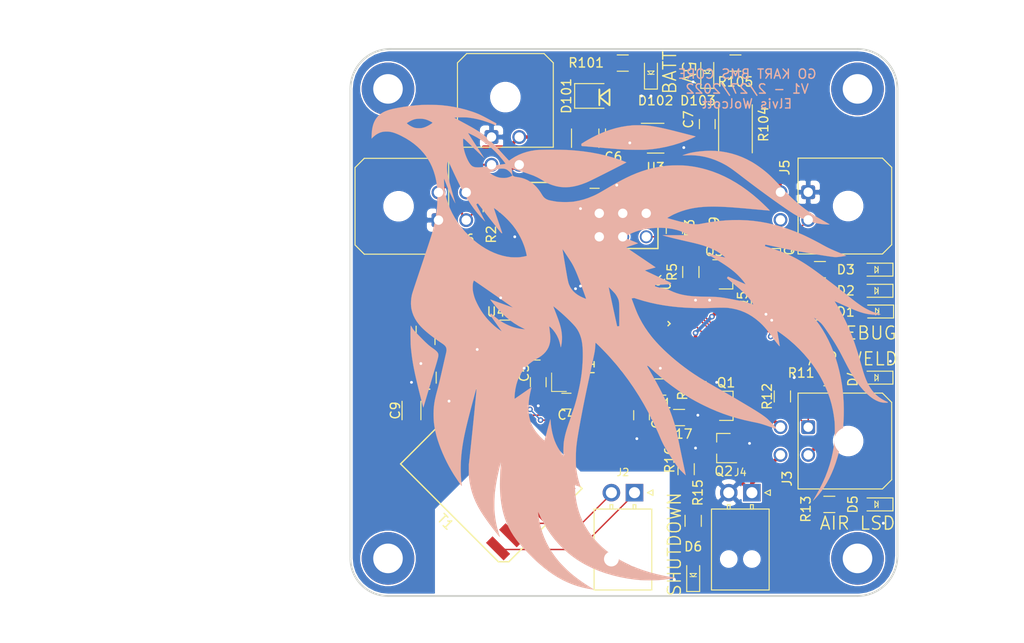
<source format=kicad_pcb>
(kicad_pcb (version 20171130) (host pcbnew 5.99.0+really5.1.10+dfsg1-1)
  (layers (0 F.Cu signal) (31 B.Cu signal) (34 B.Paste user) (35 F.Paste user) (36 B.SilkS user) (37 F.SilkS user) (38 B.Mask user) (39 F.Mask user) (44 Edge.Cuts user))
  (net 0 "")
  (net 1 GND)
  (net 2 "Net-(D102-Pad2)")
  (net 3 "Net-(D103-Pad2)")
  (net 4 +5V)
  (net 5 "Net-(C3-Pad1)")
  (net 6 "Net-(C4-Pad1)")
  (net 7 "Net-(C5-Pad1)")
  (net 8 "Net-(C6-Pad1)")
  (net 9 "Net-(C7-Pad1)")
  (net 10 "Net-(C8-Pad1)")
  (net 11 "Net-(C9-Pad1)")
  (net 12 /DEBUG_1)
  (net 13 "Net-(D1-Pad2)")
  (net 14 "Net-(D2-Pad2)")
  (net 15 /DEBUG_2)
  (net 16 /DEBUG_3)
  (net 17 "Net-(D3-Pad2)")
  (net 18 "Net-(D4-Pad2)")
  (net 19 "Net-(D5-Pad2)")
  (net 20 "Net-(D6-Pad2)")
  (net 21 +BATT)
  (net 22 /MISO)
  (net 23 /SCK)
  (net 24 /MOSI)
  (net 25 /RESET)
  (net 26 "Net-(J2-Pad1)")
  (net 27 "Net-(J2-Pad2)")
  (net 28 /AIR_WELD)
  (net 29 /COIL_-)
  (net 30 /COIL_+)
  (net 31 /AIR_LSD)
  (net 32 /SHUTDOWN_SENSE)
  (net 33 /CAN_+)
  (net 34 /CAN_-)
  (net 35 "Net-(R7-Pad1)")
  (net 36 "Net-(R8-Pad2)")
  (net 37 "Net-(T1-Pad9)")
  (net 38 "Net-(T1-Pad2)")
  (net 39 "Net-(T1-Pad6)")
  (net 40 "Net-(T1-Pad7)")
  (net 41 "Net-(T1-Pad8)")
  (net 42 /CAN_TX)
  (net 43 /CAN_RX)
  (net 44 "Net-(U1-Pad5)")
  (net 45 /FAN_PWM_RAW)
  (net 46 /MISO_iso)
  (net 47 /MOSI_iso)
  (net 48 "Net-(U2-Pad13)")
  (net 49 "Net-(U2-Pad14)")
  (net 50 "Net-(U2-Pad15)")
  (net 51 /CS_iso)
  (net 52 "Net-(U2-Pad17)")
  (net 53 "Net-(U2-Pad18)")
  (net 54 "Net-(U2-Pad21)")
  (net 55 /SCK_iso)
  (net 56 "Net-(U2-Pad30)")
  (net 57 "Net-(U2-Pad32)")
  (net 58 /FAN_PWM)
  (net 59 "Net-(J5-Pad4)")
  (net 60 "Net-(Q3-Pad3)")
  (net 61 "Net-(R18-Pad2)")
  (net 62 "Net-(R18-Pad1)")
  (net 63 "Net-(T1-Pad4)")
  (net 64 "Net-(T1-Pad5)")
  (net 65 "Net-(U2-Pad29)")
  (module footprints:TQFP-32_7x7mm_Pitch0.8mm (layer F.Cu) (at 170.18 105.41 315)
    (fp_text reference U2 (at 0 -6.05 135) (layer F.SilkS))
    (fp_text value ATMEGA16M1 hide)
    (pad 32 smd rect (at -2.8 -4.25 45) (size 1.6 0.55) (layers F.Cu F.Paste F.Mask) (net 57 "Net-(U2-Pad32)"))
    (pad 31 smd rect (at -2 -4.25 45) (size 1.6 0.55) (layers F.Cu F.Paste F.Mask) (net 25 /RESET))
    (pad 30 smd rect (at -1.2 -4.25 45) (size 1.6 0.55) (layers F.Cu F.Paste F.Mask) (net 56 "Net-(U2-Pad30)"))
    (pad 29 smd rect (at -0.4 -4.25 45) (size 1.6 0.55) (layers F.Cu F.Paste F.Mask) (net 65 "Net-(U2-Pad29)"))
    (pad 28 smd rect (at 0.4 -4.25 45) (size 1.6 0.55) (layers F.Cu F.Paste F.Mask) (net 16 /DEBUG_3))
    (pad 27 smd rect (at 1.2 -4.25 45) (size 1.6 0.55) (layers F.Cu F.Paste F.Mask) (net 15 /DEBUG_2))
    (pad 26 smd rect (at 2 -4.25 45) (size 1.6 0.55) (layers F.Cu F.Paste F.Mask) (net 12 /DEBUG_1))
    (pad 25 smd rect (at 2.8 -4.25 45) (size 1.6 0.55) (layers F.Cu F.Paste F.Mask) (net 28 /AIR_WELD))
    (pad 24 smd rect (at 4.25 -2.8 315) (size 1.6 0.55) (layers F.Cu F.Paste F.Mask) (net 31 /AIR_LSD))
    (pad 23 smd rect (at 4.25 -2 315) (size 1.6 0.55) (layers F.Cu F.Paste F.Mask) (net 55 /SCK_iso))
    (pad 22 smd rect (at 4.25 -1.2 315) (size 1.6 0.55) (layers F.Cu F.Paste F.Mask) (net 32 /SHUTDOWN_SENSE))
    (pad 21 smd rect (at 4.25 -0.4 315) (size 1.6 0.55) (layers F.Cu F.Paste F.Mask) (net 54 "Net-(U2-Pad21)"))
    (pad 20 smd rect (at 4.25 0.4 315) (size 1.6 0.55) (layers F.Cu F.Paste F.Mask) (net 1 GND))
    (pad 19 smd rect (at 4.25 1.2 315) (size 1.6 0.55) (layers F.Cu F.Paste F.Mask) (net 5 "Net-(C3-Pad1)"))
    (pad 18 smd rect (at 4.25 2 315) (size 1.6 0.55) (layers F.Cu F.Paste F.Mask) (net 53 "Net-(U2-Pad18)"))
    (pad 17 smd rect (at 4.25 2.8 315) (size 1.6 0.55) (layers F.Cu F.Paste F.Mask) (net 52 "Net-(U2-Pad17)"))
    (pad 16 smd rect (at 2.8 4.25 45) (size 1.6 0.55) (layers F.Cu F.Paste F.Mask) (net 51 /CS_iso))
    (pad 15 smd rect (at 2 4.25 45) (size 1.6 0.55) (layers F.Cu F.Paste F.Mask) (net 50 "Net-(U2-Pad15)"))
    (pad 14 smd rect (at 1.2 4.25 45) (size 1.6 0.55) (layers F.Cu F.Paste F.Mask) (net 49 "Net-(U2-Pad14)"))
    (pad 13 smd rect (at 0.4 4.25 45) (size 1.6 0.55) (layers F.Cu F.Paste F.Mask) (net 48 "Net-(U2-Pad13)"))
    (pad 12 smd rect (at -0.4 4.25 45) (size 1.6 0.55) (layers F.Cu F.Paste F.Mask) (net 23 /SCK))
    (pad 11 smd rect (at -1.2 4.25 45) (size 1.6 0.55) (layers F.Cu F.Paste F.Mask) (net 6 "Net-(C4-Pad1)"))
    (pad 10 smd rect (at -2 4.25 45) (size 1.6 0.55) (layers F.Cu F.Paste F.Mask) (net 7 "Net-(C5-Pad1)"))
    (pad 9 smd rect (at -2.8 4.25 45) (size 1.6 0.55) (layers F.Cu F.Paste F.Mask) (net 47 /MOSI_iso))
    (pad 8 smd rect (at -4.25 2.8 315) (size 1.6 0.55) (layers F.Cu F.Paste F.Mask) (net 46 /MISO_iso))
    (pad 7 smd rect (at -4.25 2 315) (size 1.6 0.55) (layers F.Cu F.Paste F.Mask) (net 43 /CAN_RX))
    (pad 6 smd rect (at -4.25 1.2 315) (size 1.6 0.55) (layers F.Cu F.Paste F.Mask) (net 42 /CAN_TX))
    (pad 5 smd rect (at -4.25 0.4 315) (size 1.6 0.55) (layers F.Cu F.Paste F.Mask) (net 1 GND))
    (pad 4 smd rect (at -4.25 -0.4 315) (size 1.6 0.55) (layers F.Cu F.Paste F.Mask) (net 4 +5V))
    (pad 3 smd rect (at -4.25 -1.2 315) (size 1.6 0.55) (layers F.Cu F.Paste F.Mask) (net 45 /FAN_PWM_RAW))
    (pad 2 smd rect (at -4.25 -2 315) (size 1.6 0.55) (layers F.Cu F.Paste F.Mask) (net 24 /MOSI))
    (pad 1 smd rect (at -4.25 -2.8 315) (size 1.6 0.55) (layers F.Cu F.Paste F.Mask) (net 22 /MISO))
  )
  (module footprints:R_0805_OEM (layer F.Cu) (at 177.038 121.158 90)
    (fp_text reference R16 (at 1.016 -1.778 90) (layer F.SilkS))
    (fp_text value R_10K hide)
    (pad 2 smd rect (at 0.95 0 90) (size 0.7 1.3) (layers F.Cu F.Paste F.Mask) (net 1 GND))
    (pad 1 smd rect (at -0.95 0 90) (size 0.7 1.3) (layers F.Cu F.Paste F.Mask) (net 30 /COIL_+))
  )
  (module footprints:T_LAN_SM91501ALE (layer F.Cu) (at 155.956 121.92 45)
    (fp_text reference T1 (at -7 0 135) (layer F.SilkS))
    (fp_text value T_LAN_SM91501ALE)
    (pad 6 smd rect (at 5 6.035 45) (size 1 2.7) (layers F.Cu F.Paste F.Mask) (net 39 "Net-(T1-Pad6)"))
    (pad 7 smd rect (at 5 -6.035 45) (size 1 2.7) (layers F.Cu F.Paste F.Mask) (net 40 "Net-(T1-Pad7)"))
    (pad 5 smd rect (at 3 6.035 45) (size 1 2.7) (layers F.Cu F.Paste F.Mask) (net 64 "Net-(T1-Pad5)"))
    (pad 8 smd rect (at 3 -6.035 45) (size 1 2.7) (layers F.Cu F.Paste F.Mask) (net 41 "Net-(T1-Pad8)"))
    (pad 4 smd rect (at 1 6.035 45) (size 1 2.7) (layers F.Cu F.Paste F.Mask) (net 63 "Net-(T1-Pad4)"))
    (pad 9 smd rect (at 1 -6.035 45) (size 1 2.7) (layers F.Cu F.Paste F.Mask) (net 37 "Net-(T1-Pad9)"))
    (pad 3 smd rect (at -1 6.035 45) (size 1 2.7) (layers F.Cu F.Paste F.Mask) (net 27 "Net-(J2-Pad2)"))
    (pad 10 smd rect (at -1 -6.035 45) (size 1 2.7) (layers F.Cu F.Paste F.Mask) (net 36 "Net-(R8-Pad2)"))
    (pad 2 smd rect (at -3 6.035 45) (size 1 2.7) (layers F.Cu F.Paste F.Mask) (net 38 "Net-(T1-Pad2)"))
    (pad 11 smd rect (at -3 -6.035 45) (size 1 2.7) (layers F.Cu F.Paste F.Mask) (net 11 "Net-(C9-Pad1)"))
    (pad 1 smd rect (at -5 6.035 45) (size 1 2.7) (layers F.Cu F.Paste F.Mask) (net 26 "Net-(J2-Pad1)"))
    (pad 12 smd rect (at -5 -6.035 45) (size 1 2.7) (layers F.Cu F.Paste F.Mask) (net 35 "Net-(R7-Pad1)"))
  )
  (module footprints:NanoFit_Molex_1x02x2.50mm_Angled_OEM (layer F.Cu) (at 184.15 123.698 180)
    (fp_text reference J4 (at 1.25 2.2) (layer F.SilkS) (effects (font (size 0.8 0.8) (thickness 0.12))))
    (fp_text value NanoFit_RA_TH_02 hide)
    (pad 1 thru_hole rect (at 0 0 180) (size 1.9 1.9) (drill 1.2) (layers *.Cu *.Mask) (net 30 /COIL_+))
    (pad 2 thru_hole circle (at 2.5 0 180) (size 1.9 1.9) (drill 1.2) (layers *.Cu *.Mask) (net 1 GND))
    (pad "" np_thru_hole circle (at 0 -7.18 180) (size 1.6 1.6) (drill 1.6) (layers *.Cu *.Mask))
    (pad "" np_thru_hole circle (at 2.5 -7.18 180) (size 1.6 1.6) (drill 1.6) (layers *.Cu *.Mask))
  )
  (module footprints:SOT-23-5 (layer F.Cu) (at 173.736 85.344)
    (fp_text reference U3 (at 0 3.175) (layer F.SilkS))
    (fp_text value AP7370 hide)
    (pad 5 smd rect (at 1.1 -0.95) (size 1.06 0.65) (layers F.Cu F.Paste F.Mask) (net 9 "Net-(C7-Pad1)"))
    (pad 4 smd rect (at 1.1 0.95) (size 1.06 0.65) (layers F.Cu F.Paste F.Mask))
    (pad 3 smd rect (at -1.1 0.95) (size 1.06 0.65) (layers F.Cu F.Paste F.Mask))
    (pad 2 smd rect (at -1.1 0) (size 1.06 0.65) (layers F.Cu F.Paste F.Mask) (net 1 GND))
    (pad 1 smd rect (at -1.1 -0.95) (size 1.06 0.65) (layers F.Cu F.Paste F.Mask) (net 8 "Net-(C6-Pad1)"))
  )
  (module MountingHole:MountingHole_3.2mm_M3_ISO7380_Pad_TopBottom (layer F.Cu) (at 195.58 130.81)
    (fp_text reference REF** hide)
    (fp_text value MountingHole_3.2mm_M3_ISO7380_Pad_TopBottom hide)
    (pad 1 connect circle (at 0 0) (size 5.7 5.7) (layers B.Cu B.Mask))
    (pad 1 connect circle (at 0 0) (size 5.7 5.7) (layers F.Cu F.Mask))
    (pad 1 thru_hole circle (at 0 0) (size 3.6 3.6) (drill 3.2) (layers *.Cu *.Mask))
  )
  (module MountingHole:MountingHole_3.2mm_M3_ISO7380_Pad_TopBottom (layer F.Cu) (at 195.58 80.01)
    (fp_text reference REF** hide)
    (fp_text value MountingHole_3.2mm_M3_ISO7380_Pad_TopBottom hide)
    (pad 1 connect circle (at 0 0) (size 5.7 5.7) (layers B.Cu B.Mask))
    (pad 1 connect circle (at 0 0) (size 5.7 5.7) (layers F.Cu F.Mask))
    (pad 1 thru_hole circle (at 0 0) (size 3.6 3.6) (drill 3.2) (layers *.Cu *.Mask))
  )
  (module MountingHole:MountingHole_3.2mm_M3_ISO7380_Pad_TopBottom (layer F.Cu) (at 144.78 80.01)
    (fp_text reference REF** hide)
    (fp_text value MountingHole_3.2mm_M3_ISO7380_Pad_TopBottom hide)
    (pad 1 connect circle (at 0 0) (size 5.7 5.7) (layers B.Cu B.Mask))
    (pad 1 connect circle (at 0 0) (size 5.7 5.7) (layers F.Cu F.Mask))
    (pad 1 thru_hole circle (at 0 0) (size 3.6 3.6) (drill 3.2) (layers *.Cu *.Mask))
  )
  (module MountingHole:MountingHole_3.2mm_M3_ISO7380_Pad_TopBottom (layer F.Cu) (at 144.78 130.81)
    (fp_text reference REF** hide)
    (fp_text value MountingHole_3.2mm_M3_ISO7380_Pad_TopBottom hide)
    (pad 1 connect circle (at 0 0) (size 5.7 5.7) (layers B.Cu B.Mask))
    (pad 1 connect circle (at 0 0) (size 5.7 5.7) (layers F.Cu F.Mask))
    (pad 1 thru_hole circle (at 0 0) (size 3.6 3.6) (drill 3.2) (layers *.Cu *.Mask))
  )
  (module footprints:phoenix (layer B.Cu) (at 170.942 107.95 180)
    (fp_text reference G*** hide)
    (fp_text value LOGO hide)
  )
  (module footprints:C_0805_OEM (layer F.Cu) (at 169.164 84.836 270)
    (fp_text reference C6 (at 2.54 0 180) (layer F.SilkS))
    (fp_text value C_1uF hide)
    (pad 2 smd rect (at 1 0 270) (size 1 1.25) (layers F.Cu F.Paste F.Mask) (net 1 GND))
    (pad 1 smd rect (at -1 0 270) (size 1 1.25) (layers F.Cu F.Paste F.Mask) (net 8 "Net-(C6-Pad1)"))
  )
  (module footprints:C_0805_OEM (layer F.Cu) (at 179.324 83.82 270)
    (fp_text reference C7 (at -0.508 2.032 90) (layer F.SilkS))
    (fp_text value C_1uF hide)
    (pad 2 smd rect (at 1 0 270) (size 1 1.25) (layers F.Cu F.Paste F.Mask) (net 1 GND))
    (pad 1 smd rect (at -1 0 270) (size 1 1.25) (layers F.Cu F.Paste F.Mask) (net 9 "Net-(C7-Pad1)"))
  )
  (module footprints:DO-214AA (layer F.Cu) (at 168.148 80.772)
    (fp_text reference D101 (at -4.064 0 270) (layer F.SilkS))
    (fp_text value D_Zener_18V hide)
    (pad 1 smd rect (at -2.032 0 180) (size 1.778 2.159) (layers F.Cu F.Paste F.Mask) (net 8 "Net-(C6-Pad1)"))
    (pad 2 smd rect (at 2.032 0 180) (size 1.778 2.159) (layers F.Cu F.Paste F.Mask) (net 1 GND))
  )
  (module footprints:LED_0805_OEM (layer F.Cu) (at 173.228 78.232 90)
    (fp_text reference D102 (at -3.048 0.508) (layer F.SilkS))
    (fp_text value LED_0805 hide)
    (pad 1 smd rect (at -1.1 0 270) (size 1.2 1.2) (layers F.Cu F.Paste F.Mask) (net 1 GND))
    (pad 2 smd rect (at 1.1 0 270) (size 1.2 1.2) (layers F.Cu F.Paste F.Mask) (net 2 "Net-(D102-Pad2)"))
  )
  (module footprints:LED_0805_OEM (layer F.Cu) (at 179.324 78.148 90)
    (fp_text reference D103 (at -3.132 -1.016 180) (layer F.SilkS))
    (fp_text value LED_0805 hide)
    (pad 1 smd rect (at -1.1 0 270) (size 1.2 1.2) (layers F.Cu F.Paste F.Mask) (net 1 GND))
    (pad 2 smd rect (at 1.1 0 270) (size 1.2 1.2) (layers F.Cu F.Paste F.Mask) (net 3 "Net-(D103-Pad2)"))
  )
  (module footprints:Fuse_1210 (layer F.Cu) (at 166.116 85.344 270)
    (fp_text reference F101 (at 3.048 0 180) (layer F.SilkS))
    (fp_text value F_500mA_16V hide)
    (pad 2 smd rect (at 1.45 0 270) (size 0.9 2.5) (layers F.Cu F.Paste F.Mask) (net 21 +BATT))
    (pad 1 smd rect (at -1.45 0 270) (size 0.9 2.5) (layers F.Cu F.Paste F.Mask) (net 8 "Net-(C6-Pad1)"))
  )
  (module footprints:R_0805_OEM (layer F.Cu) (at 170.18 77.216)
    (fp_text reference R101 (at -3.959 -0.027) (layer F.SilkS))
    (fp_text value R_1K hide)
    (pad 2 smd rect (at 0.95 0) (size 0.7 1.3) (layers F.Cu F.Paste F.Mask) (net 2 "Net-(D102-Pad2)"))
    (pad 1 smd rect (at -0.95 0) (size 0.7 1.3) (layers F.Cu F.Paste F.Mask) (net 8 "Net-(C6-Pad1)"))
  )
  (module footprints:R_2512_OEM (layer F.Cu) (at 182.372 84.328 90)
    (fp_text reference R104 (at 0.508 3.048 270) (layer F.SilkS))
    (fp_text value R_0_2512 hide)
    (pad 2 smd rect (at 3.1 0 90) (size 1 3.2) (layers F.Cu F.Paste F.Mask) (net 9 "Net-(C7-Pad1)"))
    (pad 1 smd rect (at -3.1 0 90) (size 1 3.2) (layers F.Cu F.Paste F.Mask) (net 4 +5V))
  )
  (module footprints:R_0805_OEM (layer F.Cu) (at 182.372 77.216 180)
    (fp_text reference R105 (at 0 -2.032) (layer F.SilkS))
    (fp_text value R_200 hide)
    (pad 2 smd rect (at 0.95 0 180) (size 0.7 1.3) (layers F.Cu F.Paste F.Mask) (net 3 "Net-(D103-Pad2)"))
    (pad 1 smd rect (at -0.95 0 180) (size 0.7 1.3) (layers F.Cu F.Paste F.Mask) (net 9 "Net-(C7-Pad1)"))
  )
  (module footprints:C_0805_OEM (layer F.Cu) (at 167.132 89.916)
    (fp_text reference C1 (at 0 -1.5) (layer F.SilkS))
    (fp_text value C_0.1uF hide)
    (pad 2 smd rect (at 1 0) (size 1 1.25) (layers F.Cu F.Paste F.Mask) (net 1 GND))
    (pad 1 smd rect (at -1 0) (size 1 1.25) (layers F.Cu F.Paste F.Mask) (net 4 +5V))
  )
  (module footprints:C_0805_OEM (layer F.Cu) (at 164.592 99.06 270)
    (fp_text reference C2 (at 0 -1.5 90) (layer F.SilkS))
    (fp_text value C_0.1uF hide)
    (pad 2 smd rect (at 1 0 270) (size 1 1.25) (layers F.Cu F.Paste F.Mask) (net 1 GND))
    (pad 1 smd rect (at -1 0 270) (size 1 1.25) (layers F.Cu F.Paste F.Mask) (net 4 +5V))
  )
  (module footprints:C_0805_OEM (layer F.Cu) (at 172.212 115.316 270)
    (fp_text reference C3 (at 0.508 -1.651 90) (layer F.SilkS))
    (fp_text value C_100pF hide)
    (pad 2 smd rect (at 1 0 270) (size 1 1.25) (layers F.Cu F.Paste F.Mask) (net 1 GND))
    (pad 1 smd rect (at -1 0 270) (size 1 1.25) (layers F.Cu F.Paste F.Mask) (net 5 "Net-(C3-Pad1)"))
  )
  (module footprints:C_0805_OEM (layer F.Cu) (at 164.084 113.792 180)
    (fp_text reference C4 (at 0 -1.5) (layer F.SilkS))
    (fp_text value C_30pF hide)
    (pad 2 smd rect (at 1 0 180) (size 1 1.25) (layers F.Cu F.Paste F.Mask) (net 1 GND))
    (pad 1 smd rect (at -1 0 180) (size 1 1.25) (layers F.Cu F.Paste F.Mask) (net 6 "Net-(C4-Pad1)"))
  )
  (module footprints:C_0805_OEM (layer F.Cu) (at 161.036 111.744 270)
    (fp_text reference C5 (at -1 1.524 90) (layer F.SilkS))
    (fp_text value C_30pF hide)
    (pad 2 smd rect (at 1 0 270) (size 1 1.25) (layers F.Cu F.Paste F.Mask) (net 1 GND))
    (pad 1 smd rect (at -1 0 270) (size 1 1.25) (layers F.Cu F.Paste F.Mask) (net 7 "Net-(C5-Pad1)"))
  )
  (module footprints:C_1206_OEM (layer F.Cu) (at 148.844 106.68 270)
    (fp_text reference C8 (at 3.048 0 180) (layer F.SilkS))
    (fp_text value C_10nF hide)
    (pad 2 smd rect (at 1.5 0 270) (size 1 1.6) (layers F.Cu F.Paste F.Mask) (net 1 GND))
    (pad 1 smd rect (at -1.5 0 270) (size 1 1.6) (layers F.Cu F.Paste F.Mask) (net 10 "Net-(C8-Pad1)"))
  )
  (module footprints:C_1206_OEM (layer F.Cu) (at 147.32 114.808 90)
    (fp_text reference C9 (at 0 -1.75 90) (layer F.SilkS))
    (fp_text value C_10nF hide)
    (pad 2 smd rect (at 1.5 0 90) (size 1 1.6) (layers F.Cu F.Paste F.Mask) (net 1 GND))
    (pad 1 smd rect (at -1.5 0 90) (size 1 1.6) (layers F.Cu F.Paste F.Mask) (net 11 "Net-(C9-Pad1)"))
  )
  (module footprints:C_0805_OEM (layer F.Cu) (at 159.512 103.124 180)
    (fp_text reference C10 (at 0 1.778) (layer F.SilkS))
    (fp_text value C_1uF hide)
    (pad 2 smd rect (at 1 0 180) (size 1 1.25) (layers F.Cu F.Paste F.Mask) (net 1 GND))
    (pad 1 smd rect (at -1 0 180) (size 1 1.25) (layers F.Cu F.Paste F.Mask) (net 4 +5V))
  )
  (module footprints:LED_0805_OEM (layer F.Cu) (at 197.681001 104.099001 180)
    (fp_text reference D1 (at 3.371001 -0.040999) (layer F.SilkS))
    (fp_text value LED_0805 hide)
    (pad 1 smd rect (at -1.1 0) (size 1.2 1.2) (layers F.Cu F.Paste F.Mask) (net 12 /DEBUG_1))
    (pad 2 smd rect (at 1.1 0) (size 1.2 1.2) (layers F.Cu F.Paste F.Mask) (net 13 "Net-(D1-Pad2)"))
  )
  (module footprints:LED_0805_OEM (layer F.Cu) (at 197.612 101.854 180)
    (fp_text reference D2 (at 3.302 0) (layer F.SilkS))
    (fp_text value LED_0805 hide)
    (pad 1 smd rect (at -1.1 0) (size 1.2 1.2) (layers F.Cu F.Paste F.Mask) (net 15 /DEBUG_2))
    (pad 2 smd rect (at 1.1 0) (size 1.2 1.2) (layers F.Cu F.Paste F.Mask) (net 14 "Net-(D2-Pad2)"))
  )
  (module footprints:LED_0805_OEM (layer F.Cu) (at 197.612 99.568 180)
    (fp_text reference D3 (at 3.302 0) (layer F.SilkS))
    (fp_text value LED_0805 hide)
    (pad 1 smd rect (at -1.1 0) (size 1.2 1.2) (layers F.Cu F.Paste F.Mask) (net 16 /DEBUG_3))
    (pad 2 smd rect (at 1.1 0) (size 1.2 1.2) (layers F.Cu F.Paste F.Mask) (net 17 "Net-(D3-Pad2)"))
  )
  (module footprints:LED_0805_OEM (layer F.Cu) (at 197.612 111.252 180)
    (fp_text reference D4 (at 2.54 0 90) (layer F.SilkS))
    (fp_text value LED_0805 hide)
    (pad 1 smd rect (at -1.1 0) (size 1.2 1.2) (layers F.Cu F.Paste F.Mask) (net 1 GND))
    (pad 2 smd rect (at 1.1 0) (size 1.2 1.2) (layers F.Cu F.Paste F.Mask) (net 18 "Net-(D4-Pad2)"))
  )
  (module footprints:LED_0805_OEM (layer F.Cu) (at 197.612 124.968 180)
    (fp_text reference D5 (at 2.54 0 90) (layer F.SilkS))
    (fp_text value LED_0805 hide)
    (pad 1 smd rect (at -1.1 0) (size 1.2 1.2) (layers F.Cu F.Paste F.Mask) (net 1 GND))
    (pad 2 smd rect (at 1.1 0) (size 1.2 1.2) (layers F.Cu F.Paste F.Mask) (net 19 "Net-(D5-Pad2)"))
  )
  (module footprints:LED_0805_OEM (layer F.Cu) (at 177.8 132.588 90)
    (fp_text reference D6 (at 3.048 0 180) (layer F.SilkS))
    (fp_text value LED_0805 hide)
    (pad 1 smd rect (at -1.1 0 270) (size 1.2 1.2) (layers F.Cu F.Paste F.Mask) (net 1 GND))
    (pad 2 smd rect (at 1.1 0 270) (size 1.2 1.2) (layers F.Cu F.Paste F.Mask) (net 20 "Net-(D6-Pad2)"))
  )
  (module footprints:Pin_Header_Straight_2x03 (layer F.Cu) (at 167.64 96.012 90)
    (fp_text reference J1 (at 1.778 -2.54 90) (layer F.SilkS))
    (fp_text value CONN_02X03 hide)
    (pad 6 thru_hole circle (at 2.54 5.08 90) (size 1.4 1.4) (drill 1.016) (layers *.Cu *.Mask) (net 1 GND))
    (pad 5 thru_hole circle (at 0 5.08 90) (size 1.4 1.4) (drill 1.016) (layers *.Cu *.Mask) (net 25 /RESET))
    (pad 4 thru_hole circle (at 2.54 2.54 90) (size 1.4 1.4) (drill 1.016) (layers *.Cu *.Mask) (net 24 /MOSI))
    (pad 3 thru_hole circle (at 0 2.54 90) (size 1.4 1.4) (drill 1.016) (layers *.Cu *.Mask) (net 23 /SCK))
    (pad 2 thru_hole circle (at 2.54 0 90) (size 1.4 1.4) (drill 1.016) (layers *.Cu *.Mask) (net 4 +5V))
    (pad 1 thru_hole rect (at 0 0 90) (size 1.4 1.4) (drill 1.016) (layers *.Cu *.Mask) (net 22 /MISO))
  )
  (module footprints:MicroFit_RA_4 (layer F.Cu) (at 190.246 116.61 270)
    (fp_text reference J3 (at 5.564 2.286 90) (layer F.SilkS))
    (fp_text value MicroFit_RA_4)
    (pad 4 thru_hole circle (at 3 3 270) (size 1.5 1.5) (drill 1.02) (layers *.Cu *.Mask) (net 30 /COIL_+))
    (pad 3 thru_hole circle (at 0 3 270) (size 1.5 1.5) (drill 1.02) (layers *.Cu *.Mask) (net 29 /COIL_-))
    (pad 2 thru_hole circle (at 3 0 270) (size 1.5 1.5) (drill 1.02) (layers *.Cu *.Mask) (net 4 +5V))
    (pad 1 thru_hole roundrect (at 0 0 270) (size 1.5 1.5) (drill 1.02) (layers *.Cu *.Mask) (roundrect_rratio 0.166667) (net 28 /AIR_WELD))
    (pad "" np_thru_hole circle (at 1.5 -4.32 270) (size 3 3) (drill 3) (layers *.Cu *.Mask))
  )
  (module footprints:MicroFit_RA_4 (layer F.Cu) (at 190.246 91.186 270)
    (fp_text reference J5 (at -2.667 2.54 90) (layer F.SilkS))
    (fp_text value MicroFit_RA_4)
    (pad 4 thru_hole circle (at 3 3 270) (size 1.5 1.5) (drill 1.02) (layers *.Cu *.Mask) (net 59 "Net-(J5-Pad4)"))
    (pad 3 thru_hole circle (at 0 3 270) (size 1.5 1.5) (drill 1.02) (layers *.Cu *.Mask) (net 21 +BATT))
    (pad 2 thru_hole circle (at 3 0 270) (size 1.5 1.5) (drill 1.02) (layers *.Cu *.Mask) (net 58 /FAN_PWM))
    (pad 1 thru_hole roundrect (at 0 0 270) (size 1.5 1.5) (drill 1.02) (layers *.Cu *.Mask) (roundrect_rratio 0.166667) (net 1 GND))
    (pad "" np_thru_hole circle (at 1.5 -4.32 270) (size 3 3) (drill 3) (layers *.Cu *.Mask))
  )
  (module footprints:MicroFit_RA_4 (layer F.Cu) (at 150.243 94.21 90)
    (fp_text reference J6 (at -2.056 3.048 180) (layer F.SilkS))
    (fp_text value MicroFit_RA_4)
    (pad 4 thru_hole circle (at 3 3 90) (size 1.5 1.5) (drill 1.02) (layers *.Cu *.Mask) (net 34 /CAN_-))
    (pad 3 thru_hole circle (at 0 3 90) (size 1.5 1.5) (drill 1.02) (layers *.Cu *.Mask) (net 33 /CAN_+))
    (pad 2 thru_hole circle (at 3 0 90) (size 1.5 1.5) (drill 1.02) (layers *.Cu *.Mask) (net 21 +BATT))
    (pad 1 thru_hole roundrect (at 0 0 90) (size 1.5 1.5) (drill 1.02) (layers *.Cu *.Mask) (roundrect_rratio 0.166667) (net 1 GND))
    (pad "" np_thru_hole circle (at 1.5 -4.32 90) (size 3 3) (drill 3) (layers *.Cu *.Mask))
  )
  (module footprints:MicroFit_RA_4 (layer F.Cu) (at 155.98 85.219)
    (fp_text reference J7 (at 5.08 3.048 270) (layer F.SilkS))
    (fp_text value MicroFit_RA_4)
    (pad 4 thru_hole circle (at 3 3) (size 1.5 1.5) (drill 1.02) (layers *.Cu *.Mask) (net 34 /CAN_-))
    (pad 3 thru_hole circle (at 0 3) (size 1.5 1.5) (drill 1.02) (layers *.Cu *.Mask) (net 33 /CAN_+))
    (pad 2 thru_hole circle (at 3 0) (size 1.5 1.5) (drill 1.02) (layers *.Cu *.Mask) (net 21 +BATT))
    (pad 1 thru_hole roundrect (at 0 0) (size 1.5 1.5) (drill 1.02) (layers *.Cu *.Mask) (roundrect_rratio 0.166667) (net 1 GND))
    (pad "" np_thru_hole circle (at 1.5 -4.32) (size 3 3) (drill 3) (layers *.Cu *.Mask))
  )
  (module footprints:SOT-23F (layer F.Cu) (at 181.356 114.3)
    (fp_text reference Q1 (at 0 -2.5) (layer F.SilkS))
    (fp_text value SSM3K333R hide)
    (pad 1 smd rect (at -1.05 -0.95) (size 0.9 0.8) (layers F.Cu F.Paste F.Mask) (net 31 /AIR_LSD))
    (pad 2 smd rect (at -1.05 0.95) (size 0.9 0.8) (layers F.Cu F.Paste F.Mask) (net 1 GND))
    (pad 3 smd rect (at 1.05 0) (size 0.9 0.8) (layers F.Cu F.Paste F.Mask) (net 29 /COIL_-))
  )
  (module footprints:SOT-23F (layer F.Cu) (at 181.102 118.872 180)
    (fp_text reference Q2 (at 0 -2.5) (layer F.SilkS))
    (fp_text value SSM3K333R hide)
    (pad 1 smd rect (at -1.05 -0.95 180) (size 0.9 0.8) (layers F.Cu F.Paste F.Mask) (net 30 /COIL_+))
    (pad 2 smd rect (at -1.05 0.95 180) (size 0.9 0.8) (layers F.Cu F.Paste F.Mask) (net 1 GND))
    (pad 3 smd rect (at 1.05 0 180) (size 0.9 0.8) (layers F.Cu F.Paste F.Mask) (net 32 /SHUTDOWN_SENSE))
  )
  (module footprints:SOT-23F (layer F.Cu) (at 181.322 100.076)
    (fp_text reference Q3 (at -1.236 -2.5) (layer F.SilkS))
    (fp_text value SSM3K333R hide)
    (pad 1 smd rect (at -1.05 -0.95) (size 0.9 0.8) (layers F.Cu F.Paste F.Mask) (net 45 /FAN_PWM_RAW))
    (pad 2 smd rect (at -1.05 0.95) (size 0.9 0.8) (layers F.Cu F.Paste F.Mask) (net 1 GND))
    (pad 3 smd rect (at 1.05 0) (size 0.9 0.8) (layers F.Cu F.Paste F.Mask) (net 60 "Net-(Q3-Pad3)"))
  )
  (module footprints:SOT-23F (layer F.Cu) (at 185.674 98.044 90)
    (fp_text reference Q4 (at 1.016 2.54 90) (layer F.SilkS))
    (fp_text value SSM3J334R hide)
    (pad 1 smd rect (at -1.05 -0.95 90) (size 0.9 0.8) (layers F.Cu F.Paste F.Mask) (net 60 "Net-(Q3-Pad3)"))
    (pad 2 smd rect (at -1.05 0.95 90) (size 0.9 0.8) (layers F.Cu F.Paste F.Mask) (net 58 /FAN_PWM))
    (pad 3 smd rect (at 1.05 0 90) (size 0.9 0.8) (layers F.Cu F.Paste F.Mask) (net 21 +BATT))
  )
  (module footprints:SOT-23F (layer F.Cu) (at 185.674 102.142 90)
    (fp_text reference Q5 (at -0.728 -2.54 90) (layer F.SilkS))
    (fp_text value SSM3K333R hide)
    (pad 1 smd rect (at -1.05 -0.95 90) (size 0.9 0.8) (layers F.Cu F.Paste F.Mask) (net 60 "Net-(Q3-Pad3)"))
    (pad 2 smd rect (at -1.05 0.95 90) (size 0.9 0.8) (layers F.Cu F.Paste F.Mask) (net 1 GND))
    (pad 3 smd rect (at 1.05 0 90) (size 0.9 0.8) (layers F.Cu F.Paste F.Mask) (net 58 /FAN_PWM))
  )
  (module footprints:R_0805_OEM (layer F.Cu) (at 174.244 112.268 180)
    (fp_text reference R1 (at -0.254 -1.778) (layer F.SilkS))
    (fp_text value R_100 hide)
    (pad 2 smd rect (at 0.95 0 180) (size 0.7 1.3) (layers F.Cu F.Paste F.Mask) (net 5 "Net-(C3-Pad1)"))
    (pad 1 smd rect (at -0.95 0 180) (size 0.7 1.3) (layers F.Cu F.Paste F.Mask) (net 4 +5V))
  )
  (module footprints:R_0805_OEM (layer F.Cu) (at 155.956 92.71 90)
    (fp_text reference R2 (at -3.048 0 90) (layer F.SilkS))
    (fp_text value R_120_DNP hide)
    (pad 2 smd rect (at 0.95 0 90) (size 0.7 1.3) (layers F.Cu F.Paste F.Mask) (net 34 /CAN_-))
    (pad 1 smd rect (at -0.95 0 90) (size 0.7 1.3) (layers F.Cu F.Paste F.Mask) (net 33 /CAN_+))
  )
  (module footprints:R_0805_OEM (layer F.Cu) (at 175.768 95.062 270)
    (fp_text reference R3 (at 0 -1.65 90) (layer F.SilkS))
    (fp_text value R_10K hide)
    (pad 2 smd rect (at 0.95 0 270) (size 0.7 1.3) (layers F.Cu F.Paste F.Mask) (net 25 /RESET))
    (pad 1 smd rect (at -0.95 0 270) (size 0.7 1.3) (layers F.Cu F.Paste F.Mask) (net 4 +5V))
  )
  (module footprints:R_0805_OEM (layer F.Cu) (at 191.516 104.14)
    (fp_text reference R4 (at -2.794 0) (layer F.SilkS))
    (fp_text value R_200 hide)
    (pad 2 smd rect (at 0.95 0) (size 0.7 1.3) (layers F.Cu F.Paste F.Mask) (net 13 "Net-(D1-Pad2)"))
    (pad 1 smd rect (at -0.95 0) (size 0.7 1.3) (layers F.Cu F.Paste F.Mask) (net 4 +5V))
  )
  (module footprints:R_0805_OEM (layer F.Cu) (at 177.546 99.822 270)
    (fp_text reference R5 (at 0 2.032 90) (layer F.SilkS))
    (fp_text value R_10K hide)
    (pad 2 smd rect (at 0.95 0 270) (size 0.7 1.3) (layers F.Cu F.Paste F.Mask) (net 1 GND))
    (pad 1 smd rect (at -0.95 0 270) (size 0.7 1.3) (layers F.Cu F.Paste F.Mask) (net 45 /FAN_PWM_RAW))
  )
  (module footprints:R_0805_OEM (layer F.Cu) (at 150.876 111.252 270)
    (fp_text reference R6 (at 0.508 2.032 90) (layer F.SilkS))
    (fp_text value R_1K hide)
    (pad 2 smd rect (at 0.95 0 270) (size 0.7 1.3) (layers F.Cu F.Paste F.Mask) (net 1 GND))
    (pad 1 smd rect (at -0.95 0 270) (size 0.7 1.3) (layers F.Cu F.Paste F.Mask) (net 61 "Net-(R18-Pad2)"))
  )
  (module footprints:R_0805_OEM (layer F.Cu) (at 152.4 104.14 180)
    (fp_text reference R7 (at 0 2.032) (layer F.SilkS))
    (fp_text value R_60.4 hide)
    (pad 2 smd rect (at 0.95 0 180) (size 0.7 1.3) (layers F.Cu F.Paste F.Mask) (net 10 "Net-(C8-Pad1)"))
    (pad 1 smd rect (at -0.95 0 180) (size 0.7 1.3) (layers F.Cu F.Paste F.Mask) (net 35 "Net-(R7-Pad1)"))
  )
  (module footprints:R_0805_OEM (layer F.Cu) (at 152.4 106.68)
    (fp_text reference R8 (at 0 2.032) (layer F.SilkS))
    (fp_text value R_60.4 hide)
    (pad 2 smd rect (at 0.95 0) (size 0.7 1.3) (layers F.Cu F.Paste F.Mask) (net 36 "Net-(R8-Pad2)"))
    (pad 1 smd rect (at -0.95 0) (size 0.7 1.3) (layers F.Cu F.Paste F.Mask) (net 10 "Net-(C8-Pad1)"))
  )
  (module footprints:R_0805_OEM (layer F.Cu) (at 191.516 101.854)
    (fp_text reference R9 (at -2.794 0) (layer F.SilkS))
    (fp_text value R_200 hide)
    (pad 2 smd rect (at 0.95 0) (size 0.7 1.3) (layers F.Cu F.Paste F.Mask) (net 14 "Net-(D2-Pad2)"))
    (pad 1 smd rect (at -0.95 0) (size 0.7 1.3) (layers F.Cu F.Paste F.Mask) (net 4 +5V))
  )
  (module footprints:R_0805_OEM (layer F.Cu) (at 191.516 99.568)
    (fp_text reference R10 (at -3.302 0) (layer F.SilkS))
    (fp_text value R_200 hide)
    (pad 2 smd rect (at 0.95 0) (size 0.7 1.3) (layers F.Cu F.Paste F.Mask) (net 17 "Net-(D3-Pad2)"))
    (pad 1 smd rect (at -0.95 0) (size 0.7 1.3) (layers F.Cu F.Paste F.Mask) (net 4 +5V))
  )
  (module footprints:R_0805_OEM (layer F.Cu) (at 192.532 111.252)
    (fp_text reference R11 (at -3.048 -0.508 180) (layer F.SilkS))
    (fp_text value R_200 hide)
    (pad 2 smd rect (at 0.95 0) (size 0.7 1.3) (layers F.Cu F.Paste F.Mask) (net 18 "Net-(D4-Pad2)"))
    (pad 1 smd rect (at -0.95 0) (size 0.7 1.3) (layers F.Cu F.Paste F.Mask) (net 28 /AIR_WELD))
  )
  (module footprints:R_0805_OEM (layer F.Cu) (at 187.452 113.284 90)
    (fp_text reference R12 (at 0 -1.65 90) (layer F.SilkS))
    (fp_text value R_10K hide)
    (pad 2 smd rect (at 0.95 0 90) (size 0.7 1.3) (layers F.Cu F.Paste F.Mask) (net 1 GND))
    (pad 1 smd rect (at -0.95 0 90) (size 0.7 1.3) (layers F.Cu F.Paste F.Mask) (net 28 /AIR_WELD))
  )
  (module footprints:R_0805_OEM (layer F.Cu) (at 192.532 124.968)
    (fp_text reference R13 (at -2.54 0.508 90) (layer F.SilkS))
    (fp_text value R_200 hide)
    (pad 2 smd rect (at 0.95 0) (size 0.7 1.3) (layers F.Cu F.Paste F.Mask) (net 19 "Net-(D5-Pad2)"))
    (pad 1 smd rect (at -0.95 0) (size 0.7 1.3) (layers F.Cu F.Paste F.Mask) (net 31 /AIR_LSD))
  )
  (module footprints:R_0805_OEM (layer F.Cu) (at 178.308 112.268 90)
    (fp_text reference R14 (at 0 -1.65 90) (layer F.SilkS))
    (fp_text value R_10K hide)
    (pad 2 smd rect (at 0.95 0 90) (size 0.7 1.3) (layers F.Cu F.Paste F.Mask) (net 1 GND))
    (pad 1 smd rect (at -0.95 0 90) (size 0.7 1.3) (layers F.Cu F.Paste F.Mask) (net 31 /AIR_LSD))
  )
  (module footprints:R_0805_OEM (layer F.Cu) (at 177.8 126.746 270)
    (fp_text reference R15 (at -3.048 -0.508 90) (layer F.SilkS))
    (fp_text value R_200 hide)
    (pad 2 smd rect (at 0.95 0 270) (size 0.7 1.3) (layers F.Cu F.Paste F.Mask) (net 20 "Net-(D6-Pad2)"))
    (pad 1 smd rect (at -0.95 0 270) (size 0.7 1.3) (layers F.Cu F.Paste F.Mask) (net 30 /COIL_+))
  )
  (module footprints:R_0805_OEM (layer F.Cu) (at 176.276 115.57 180)
    (fp_text reference R17 (at 0 -1.778) (layer F.SilkS))
    (fp_text value R_10K hide)
    (pad 2 smd rect (at 0.95 0 180) (size 0.7 1.3) (layers F.Cu F.Paste F.Mask) (net 4 +5V))
    (pad 1 smd rect (at -0.95 0 180) (size 0.7 1.3) (layers F.Cu F.Paste F.Mask) (net 32 /SHUTDOWN_SENSE))
  )
  (module footprints:R_0805_OEM (layer F.Cu) (at 153.924 110.744 180)
    (fp_text reference R18 (at -3.048 0) (layer F.SilkS))
    (fp_text value R_1K hide)
    (pad 2 smd rect (at 0.95 0 180) (size 0.7 1.3) (layers F.Cu F.Paste F.Mask) (net 61 "Net-(R18-Pad2)"))
    (pad 1 smd rect (at -0.95 0 180) (size 0.7 1.3) (layers F.Cu F.Paste F.Mask) (net 62 "Net-(R18-Pad1)"))
  )
  (module footprints:R_0805_OEM (layer F.Cu) (at 182.118 95.758 270)
    (fp_text reference R19 (at -0.508 2.032 90) (layer F.SilkS))
    (fp_text value R_1K hide)
    (pad 2 smd rect (at 0.95 0 270) (size 0.7 1.3) (layers F.Cu F.Paste F.Mask) (net 60 "Net-(Q3-Pad3)"))
    (pad 1 smd rect (at -0.95 0 270) (size 0.7 1.3) (layers F.Cu F.Paste F.Mask) (net 21 +BATT))
  )
  (module footprints:SOIC-8_3.9x4.9mm_Pitch1.27mm_OEM (layer F.Cu) (at 161.29 92.71 180)
    (fp_text reference U1 (at 0 -3.5) (layer F.SilkS))
    (fp_text value MCP2561-E_SN hide)
    (pad 8 smd rect (at 2.7 -1.905 180) (size 1.55 0.6) (layers F.Cu F.Paste F.Mask) (net 1 GND))
    (pad 7 smd rect (at 2.7 -0.635 180) (size 1.55 0.6) (layers F.Cu F.Paste F.Mask) (net 33 /CAN_+))
    (pad 6 smd rect (at 2.7 0.635 180) (size 1.55 0.6) (layers F.Cu F.Paste F.Mask) (net 34 /CAN_-))
    (pad 5 smd rect (at 2.7 1.905 180) (size 1.55 0.6) (layers F.Cu F.Paste F.Mask) (net 44 "Net-(U1-Pad5)"))
    (pad 4 smd rect (at -2.7 1.905 180) (size 1.55 0.6) (layers F.Cu F.Paste F.Mask) (net 43 /CAN_RX))
    (pad 3 smd rect (at -2.7 0.635 180) (size 1.55 0.6) (layers F.Cu F.Paste F.Mask) (net 4 +5V))
    (pad 2 smd rect (at -2.7 -0.635 180) (size 1.55 0.6) (layers F.Cu F.Paste F.Mask) (net 1 GND))
    (pad 1 smd rect (at -2.7 -1.905 180) (size 1.55 0.6) (layers F.Cu F.Paste F.Mask) (net 42 /CAN_TX))
  )
  (module Package_SO:MSOP-16_3x4mm_P0.5mm (layer F.Cu) (at 158.369 107.188 180)
    (fp_text reference U4 (at 1.905 3.048) (layer F.SilkS))
    (fp_text value LTC6820HMS)
    (pad 1 smd roundrect (at -2.15 -1.75 180) (size 1.45 0.3) (layers F.Cu F.Paste F.Mask) (net 1 GND))
    (pad 2 smd roundrect (at -2.15 -1.25 180) (size 1.45 0.3) (layers F.Cu F.Paste F.Mask) (net 47 /MOSI_iso))
    (pad 3 smd roundrect (at -2.15 -0.75 180) (size 1.45 0.3) (layers F.Cu F.Paste F.Mask) (net 46 /MISO_iso))
    (pad 4 smd roundrect (at -2.15 -0.25 180) (size 1.45 0.3) (layers F.Cu F.Paste F.Mask) (net 55 /SCK_iso))
    (pad 5 smd roundrect (at -2.15 0.25 180) (size 1.45 0.3) (layers F.Cu F.Paste F.Mask) (net 51 /CS_iso))
    (pad 6 smd roundrect (at -2.15 0.75 180) (size 1.45 0.3) (layers F.Cu F.Paste F.Mask) (net 4 +5V))
    (pad 7 smd roundrect (at -2.15 1.25 180) (size 1.45 0.3) (layers F.Cu F.Paste F.Mask) (net 4 +5V))
    (pad 8 smd roundrect (at -2.15 1.75 180) (size 1.45 0.3) (layers F.Cu F.Paste F.Mask) (net 4 +5V))
    (pad 9 smd roundrect (at 2.15 1.75 180) (size 1.45 0.3) (layers F.Cu F.Paste F.Mask) (net 4 +5V))
    (pad 10 smd roundrect (at 2.15 1.25 180) (size 1.45 0.3) (layers F.Cu F.Paste F.Mask) (net 35 "Net-(R7-Pad1)"))
    (pad 11 smd roundrect (at 2.15 0.75 180) (size 1.45 0.3) (layers F.Cu F.Paste F.Mask) (net 36 "Net-(R8-Pad2)"))
    (pad 12 smd roundrect (at 2.15 0.25 180) (size 1.45 0.3) (layers F.Cu F.Paste F.Mask) (net 4 +5V))
    (pad 13 smd roundrect (at 2.15 -0.25 180) (size 1.45 0.3) (layers F.Cu F.Paste F.Mask) (net 1 GND))
    (pad 14 smd roundrect (at 2.15 -0.75 180) (size 1.45 0.3) (layers F.Cu F.Paste F.Mask) (net 1 GND))
    (pad 15 smd roundrect (at 2.15 -1.25 180) (size 1.45 0.3) (layers F.Cu F.Paste F.Mask) (net 61 "Net-(R18-Pad2)"))
    (pad 16 smd roundrect (at 2.15 -1.75 180) (size 1.45 0.3) (layers F.Cu F.Paste F.Mask) (net 62 "Net-(R18-Pad1)"))
  )
  (module footprints:Crystal_SMD_FA238 (layer F.Cu) (at 164.084 110.744 90)
    (fp_text reference Y1 (at 0.508 2.54 90) (layer F.SilkS))
    (fp_text value Crystal_SMD hide)
    (pad 4 smd rect (at -1.1 -0.8 90) (size 1.4 1.2) (layers F.Cu F.Mask) (net 1 GND))
    (pad 3 smd rect (at 1.1 -0.8 90) (size 1.4 1.2) (layers F.Cu F.Mask) (net 7 "Net-(C5-Pad1)"))
    (pad 2 smd rect (at 1.1 0.8 90) (size 1.4 1.2) (layers F.Cu F.Mask) (net 1 GND))
    (pad 1 smd rect (at -1.1 0.8 90) (size 1.4 1.2) (layers F.Cu F.Mask) (net 6 "Net-(C4-Pad1)"))
  )
  (module footprints:NanoFit_Molex_1x02x2.50mm_Angled_OEM (layer F.Cu) (at 171.45 123.698 180)
    (fp_text reference J2 (at 1.25 2.2) (layer F.SilkS) (effects (font (size 0.8 0.8) (thickness 0.12))))
    (fp_text value NanoFit_RA_TH_02 hide)
    (pad "" np_thru_hole circle (at 2.5 -7.18 180) (size 1.6 1.6) (drill 1.6) (layers *.Cu *.Mask))
    (pad "" np_thru_hole circle (at 0 -7.18 180) (size 1.6 1.6) (drill 1.6) (layers *.Cu *.Mask))
    (pad 2 thru_hole circle (at 2.5 0 180) (size 1.9 1.9) (drill 1.2) (layers *.Cu *.Mask) (net 27 "Net-(J2-Pad2)"))
    (pad 1 thru_hole rect (at 0 0 180) (size 1.9 1.9) (drill 1.2) (layers *.Cu *.Mask) (net 26 "Net-(J2-Pad1)"))
  )
  (gr_text DEBUG (at 196.342 106.426) (layer F.SilkS) (effects (font (size 1.4 1.4))))
  (gr_text "AIR WELD" (at 195.072 109.22) (layer F.SilkS) (effects (font (size 1.4 1.4))))
  (gr_text "AIR LSD" (at 195.58 127) (layer F.SilkS) (effects (font (size 1.4 1.4))))
  (gr_text SHUTDOWN (at 175.768 129.286 90) (layer F.SilkS) (effects (font (size 1.4 1.4))))
  (gr_text 5V (at 177.292 78.232 -90) (layer F.SilkS) (effects (font (size 1.4 1.4))))
  (gr_text BATT (at 175.26 78.232 90) (layer F.SilkS) (effects (font (size 1.4 1.4))))
  (gr_line (start 140.716 80.01) (end 140.716 130.81) (layer Edge.Cuts) (width 0.2))
  (gr_arc (start 145.034 80.01) (end 145.034 75.692) (angle -90) (layer Edge.Cuts) (width 0.2))
  (gr_line (start 195.58 75.692) (end 145.034 75.692) (layer Edge.Cuts) (width 0.2))
  (gr_arc (start 195.58 80.01) (end 199.898 80.01) (angle -90) (layer Edge.Cuts) (width 0.2))
  (gr_line (start 199.898 130.556) (end 199.898 80.01) (layer Edge.Cuts) (width 0.2))
  (gr_arc (start 195.58 130.556) (end 195.58 134.874) (angle -90) (layer Edge.Cuts) (width 0.2))
  (gr_line (start 144.78 134.874) (end 195.58 134.874) (layer Edge.Cuts) (width 0.2))
  (gr_arc (start 144.78 130.81) (end 140.716 130.81) (angle -90) (layer Edge.Cuts) (width 0.2))
  (gr_text "GO KART BMS CORE\nV1 - 2/27/2022\nElvis Wolcott" (at 183.642 80.01) (layer B.SilkS) (effects (font (size 1 1)) (justify mirror)))
  (via (at 172.212 80.772) (size 0.6096) (drill 0.3048) (layers F.Cu B.Cu) (net 1))
  (segment (start 170.18 80.772) (end 172.212 80.772) (width 0.381) (layer F.Cu) (net 1))
  (via (at 173.228 80.772) (size 0.6096) (drill 0.3048) (layers F.Cu B.Cu) (net 1))
  (segment (start 173.228 79.332) (end 173.228 80.772) (width 0.381) (layer F.Cu) (net 1))
  (via (at 177.8 79.248) (size 0.6096) (drill 0.3048) (layers F.Cu B.Cu) (net 1))
  (segment (start 179.324 79.248) (end 177.8 79.248) (width 0.381) (layer F.Cu) (net 1))
  (via (at 158.496 96.012) (size 0.6096) (drill 0.3048) (layers F.Cu B.Cu) (net 1))
  (segment (start 158.59 95.918) (end 158.496 96.012) (width 0.1524) (layer F.Cu) (net 1))
  (segment (start 158.59 94.615) (end 158.59 95.918) (width 0.1524) (layer F.Cu) (net 1))
  (via (at 174.244 110.236) (size 0.6096) (drill 0.3048) (layers F.Cu B.Cu) (net 1))
  (segment (start 172.902361 108.894361) (end 174.244 110.236) (width 0.1524) (layer F.Cu) (net 1))
  (segment (start 172.902361 108.698047) (end 172.902361 108.894361) (width 0.1524) (layer F.Cu) (net 1))
  (segment (start 163.284 111.344) (end 163.284 111.844) (width 0.1524) (layer F.Cu) (net 1))
  (segment (start 164.884 109.744) (end 163.284 111.344) (width 0.1524) (layer F.Cu) (net 1))
  (segment (start 164.884 109.644) (end 164.884 109.744) (width 0.1524) (layer F.Cu) (net 1))
  (via (at 161.036 114.3) (size 0.6096) (drill 0.3048) (layers F.Cu B.Cu) (net 1))
  (via (at 159.512 110.236) (size 0.6096) (drill 0.3048) (layers F.Cu B.Cu) (net 1))
  (segment (start 160.519 109.229) (end 159.512 110.236) (width 0.1524) (layer F.Cu) (net 1))
  (segment (start 160.519 108.938) (end 160.519 109.229) (width 0.1524) (layer F.Cu) (net 1))
  (segment (start 156.219 107.438) (end 156.219 107.938) (width 0.1524) (layer F.Cu) (net 1))
  (segment (start 154.698 107.938) (end 154.432 108.204) (width 0.1524) (layer F.Cu) (net 1))
  (via (at 154.432 108.204) (size 0.6096) (drill 0.3048) (layers F.Cu B.Cu) (net 1))
  (segment (start 156.219 107.938) (end 154.698 107.938) (width 0.1524) (layer F.Cu) (net 1))
  (via (at 151.384 113.792) (size 0.6096) (drill 0.3048) (layers F.Cu B.Cu) (net 1))
  (segment (start 150.876 113.284) (end 151.384 113.792) (width 0.1524) (layer F.Cu) (net 1))
  (segment (start 150.876 112.202) (end 150.876 113.284) (width 0.1524) (layer F.Cu) (net 1))
  (via (at 147.32 111.76) (size 0.6096) (drill 0.3048) (layers F.Cu B.Cu) (net 1))
  (segment (start 147.32 113.308) (end 147.32 111.76) (width 0.1524) (layer F.Cu) (net 1))
  (via (at 148.336 109.728) (size 0.6096) (drill 0.3048) (layers F.Cu B.Cu) (net 1))
  (segment (start 148.844 109.22) (end 148.336 109.728) (width 0.1524) (layer F.Cu) (net 1))
  (segment (start 148.844 108.18) (end 148.844 109.22) (width 0.1524) (layer F.Cu) (net 1))
  (segment (start 157.48 103.124) (end 156.972 102.616) (width 0.1524) (layer F.Cu) (net 1))
  (via (at 156.972 102.616) (size 0.6096) (drill 0.3048) (layers F.Cu B.Cu) (net 1))
  (segment (start 158.512 103.124) (end 157.48 103.124) (width 0.1524) (layer F.Cu) (net 1))
  (via (at 178.054 118.872) (size 0.6096) (drill 0.3048) (layers F.Cu B.Cu) (net 1))
  (segment (start 177.038 119.888) (end 178.054 118.872) (width 0.1524) (layer F.Cu) (net 1))
  (segment (start 177.038 120.208) (end 177.038 119.888) (width 0.1524) (layer F.Cu) (net 1))
  (via (at 183.896 118.364) (size 0.6096) (drill 0.3048) (layers F.Cu B.Cu) (net 1))
  (segment (start 183.454 117.922) (end 183.896 118.364) (width 0.1524) (layer F.Cu) (net 1))
  (segment (start 182.152 117.922) (end 183.454 117.922) (width 0.1524) (layer F.Cu) (net 1))
  (via (at 175.768 133.096) (size 0.6096) (drill 0.3048) (layers F.Cu B.Cu) (net 1))
  (segment (start 176.36 133.688) (end 175.768 133.096) (width 0.1524) (layer F.Cu) (net 1))
  (segment (start 177.8 133.688) (end 176.36 133.688) (width 0.1524) (layer F.Cu) (net 1))
  (via (at 178.308 115.316) (size 0.6096) (drill 0.3048) (layers F.Cu B.Cu) (net 1))
  (segment (start 178.374 115.25) (end 178.308 115.316) (width 0.381) (layer F.Cu) (net 1))
  (segment (start 180.306 115.25) (end 178.374 115.25) (width 0.381) (layer F.Cu) (net 1))
  (via (at 180.34 111.76) (size 0.6096) (drill 0.3048) (layers F.Cu B.Cu) (net 1))
  (segment (start 179.898 111.318) (end 180.34 111.76) (width 0.1524) (layer F.Cu) (net 1))
  (segment (start 178.308 111.318) (end 179.898 111.318) (width 0.1524) (layer F.Cu) (net 1))
  (via (at 171.704 117.856) (size 0.6096) (drill 0.3048) (layers F.Cu B.Cu) (net 1))
  (segment (start 172.212 117.348) (end 171.704 117.856) (width 0.381) (layer F.Cu) (net 1))
  (segment (start 172.212 116.316) (end 172.212 117.348) (width 0.381) (layer F.Cu) (net 1))
  (via (at 178.054 102.87) (size 0.6096) (drill 0.3048) (layers F.Cu B.Cu) (net 1))
  (segment (start 177.546 102.362) (end 178.054 102.87) (width 0.1524) (layer F.Cu) (net 1))
  (segment (start 177.546 100.772) (end 177.546 102.362) (width 0.1524) (layer F.Cu) (net 1))
  (via (at 179.578 102.87) (size 0.6096) (drill 0.3048) (layers F.Cu B.Cu) (net 1))
  (segment (start 180.272 102.176) (end 179.578 102.87) (width 0.1524) (layer F.Cu) (net 1))
  (segment (start 180.272 101.026) (end 180.272 102.176) (width 0.1524) (layer F.Cu) (net 1))
  (via (at 169.5323 90.424) (size 0.6096) (drill 0.3048) (layers F.Cu B.Cu) (net 1))
  (segment (start 169.0243 89.916) (end 169.5323 90.424) (width 0.1524) (layer F.Cu) (net 1))
  (segment (start 168.132 89.916) (end 169.0243 89.916) (width 0.1524) (layer F.Cu) (net 1))
  (via (at 188.722 111.252) (size 0.6096) (drill 0.3048) (layers F.Cu B.Cu) (net 1))
  (segment (start 187.64 112.334) (end 188.722 111.252) (width 0.1524) (layer F.Cu) (net 1))
  (segment (start 187.452 112.334) (end 187.64 112.334) (width 0.1524) (layer F.Cu) (net 1))
  (via (at 199.136 109.474) (size 0.6096) (drill 0.3048) (layers F.Cu B.Cu) (net 1))
  (segment (start 198.712 109.898) (end 199.136 109.474) (width 0.1524) (layer F.Cu) (net 1))
  (segment (start 198.712 111.252) (end 198.712 109.898) (width 0.1524) (layer F.Cu) (net 1))
  (via (at 165.608 92.964) (size 0.6096) (drill 0.3048) (layers F.Cu B.Cu) (net 1))
  (segment (start 165.227 93.345) (end 165.608 92.964) (width 0.1524) (layer F.Cu) (net 1))
  (segment (start 163.99 93.345) (end 165.227 93.345) (width 0.1524) (layer F.Cu) (net 1))
  (via (at 185.674 104.394) (size 0.6096) (drill 0.3048) (layers F.Cu B.Cu) (net 1))
  (segment (start 186.624 103.444) (end 185.674 104.394) (width 0.1524) (layer F.Cu) (net 1))
  (segment (start 186.624 103.192) (end 186.624 103.444) (width 0.1524) (layer F.Cu) (net 1))
  (via (at 165.069188 101.630811) (size 0.6096) (drill 0.3048) (layers F.Cu B.Cu) (net 1))
  (segment (start 164.592 101.153623) (end 165.069188 101.630811) (width 0.381) (layer F.Cu) (net 1))
  (segment (start 164.592 100.06) (end 164.592 101.153623) (width 0.381) (layer F.Cu) (net 1))
  (via (at 165.608 101.346) (size 0.6096) (drill 0.3048) (layers F.Cu B.Cu) (net 1))
  (segment (start 166.891953 102.629953) (end 165.608 101.346) (width 0.381) (layer F.Cu) (net 1))
  (segment (start 166.891953 102.687639) (end 166.891953 102.629953) (width 0.381) (layer F.Cu) (net 1))
  (via (at 170.942 85.852) (size 0.6096) (drill 0.3048) (layers F.Cu B.Cu) (net 1))
  (via (at 176.784 86.36) (size 0.6096) (drill 0.3048) (layers F.Cu B.Cu) (net 1))
  (via (at 198.374 127) (size 0.6096) (drill 0.3048) (layers F.Cu B.Cu) (net 1))
  (segment (start 198.712 126.662) (end 198.374 127) (width 0.1524) (layer F.Cu) (net 1))
  (segment (start 198.712 124.968) (end 198.712 126.662) (width 0.1524) (layer F.Cu) (net 1))
  (segment (start 173.144 77.216) (end 173.228 77.132) (width 0.381) (layer F.Cu) (net 2))
  (segment (start 171.13 77.216) (end 173.144 77.216) (width 0.381) (layer F.Cu) (net 2))
  (segment (start 181.254 77.048) (end 181.422 77.216) (width 0.381) (layer F.Cu) (net 3))
  (segment (start 179.324 77.048) (end 181.254 77.048) (width 0.381) (layer F.Cu) (net 3))
  (segment (start 160.512 106.431) (end 160.519 106.438) (width 0.381) (layer F.Cu) (net 4))
  (segment (start 160.512 103.124) (end 160.512 106.431) (width 0.381) (layer F.Cu) (net 4))
  (segment (start 175.702 88.458) (end 175.702 94.046) (width 0.381) (layer F.Cu) (net 4))
  (segment (start 175.702 94.046) (end 175.768 94.112) (width 0.381) (layer F.Cu) (net 4))
  (segment (start 175.702 88.458) (end 170.18 88.458) (width 0.381) (layer F.Cu) (net 4))
  (segment (start 167.706 93.406) (end 167.64 93.472) (width 0.381) (layer F.Cu) (net 4))
  (segment (start 170.18 88.458) (end 168.082 88.458) (width 0.381) (layer F.Cu) (net 4))
  (segment (start 168.082 88.458) (end 167.706 88.458) (width 0.381) (layer F.Cu) (net 4))
  (segment (start 161.986 88.458) (end 160.528 89.916) (width 0.381) (layer F.Cu) (net 4))
  (segment (start 160.528 103.108) (end 160.512 103.124) (width 0.381) (layer F.Cu) (net 4))
  (segment (start 160.528 89.916) (end 160.528 99.568) (width 0.381) (layer F.Cu) (net 4))
  (segment (start 160.528 99.568) (end 160.528 103.108) (width 0.381) (layer F.Cu) (net 4))
  (segment (start 168.082 88.458) (end 166.05 88.458) (width 0.381) (layer F.Cu) (net 4))
  (segment (start 166.05 88.458) (end 161.986 88.458) (width 0.381) (layer F.Cu) (net 4))
  (segment (start 160.519 105.438) (end 156.238 105.438) (width 0.381) (layer F.Cu) (net 4))
  (segment (start 157.535014 106.438) (end 157.027924 106.94509) (width 0.381) (layer F.Cu) (net 4))
  (segment (start 160.519 106.438) (end 157.535014 106.438) (width 0.381) (layer F.Cu) (net 4))
  (segment (start 156.22609 106.94509) (end 156.219 106.938) (width 0.381) (layer F.Cu) (net 4))
  (segment (start 157.027924 106.94509) (end 156.22609 106.94509) (width 0.381) (layer F.Cu) (net 4))
  (segment (start 170.18 90.932) (end 167.64 93.472) (width 0.381) (layer F.Cu) (net 4))
  (segment (start 170.18 88.458) (end 170.18 90.932) (width 0.381) (layer F.Cu) (net 4))
  (segment (start 181.342 88.458) (end 182.372 87.428) (width 0.381) (layer F.Cu) (net 4))
  (segment (start 175.702 88.458) (end 181.342 88.458) (width 0.381) (layer F.Cu) (net 4))
  (segment (start 190.566 99.568) (end 189.484 99.568) (width 0.381) (layer F.Cu) (net 4))
  (segment (start 190.566 104.14) (end 189.484 104.14) (width 0.381) (layer F.Cu) (net 4))
  (segment (start 190.566 101.854) (end 189.484 101.854) (width 0.381) (layer F.Cu) (net 4))
  (segment (start 189.484 101.854) (end 189.484 104.14) (width 0.381) (layer F.Cu) (net 4))
  (segment (start 189.484 99.568) (end 189.484 101.854) (width 0.381) (layer F.Cu) (net 4))
  (segment (start 189.484 104.902) (end 189.484 104.14) (width 0.381) (layer F.Cu) (net 4))
  (segment (start 189.344299 105.041701) (end 189.484 104.902) (width 0.381) (layer F.Cu) (net 4))
  (segment (start 181.125099 92.178901) (end 181.125099 103.401099) (width 0.381) (layer F.Cu) (net 4))
  (segment (start 182.372 90.932) (end 181.125099 92.178901) (width 0.381) (layer F.Cu) (net 4))
  (segment (start 182.372 87.428) (end 182.372 90.932) (width 0.381) (layer F.Cu) (net 4))
  (segment (start 175.326 112.4) (end 175.194 112.268) (width 0.381) (layer F.Cu) (net 4))
  (segment (start 175.326 115.57) (end 175.326 112.4) (width 0.381) (layer F.Cu) (net 4))
  (via (at 178.054 106.426) (size 0.6096) (drill 0.3048) (layers F.Cu B.Cu) (net 4))
  (segment (start 178.054 109.408) (end 178.054 106.426) (width 0.381) (layer F.Cu) (net 4))
  (segment (start 175.194 112.268) (end 178.054 109.408) (width 0.381) (layer F.Cu) (net 4))
  (via (at 179.832 104.648) (size 0.6096) (drill 0.3048) (layers F.Cu B.Cu) (net 4))
  (segment (start 178.054 106.426) (end 179.832 104.648) (width 0.381) (layer B.Cu) (net 4))
  (segment (start 181.125099 103.401099) (end 182.765701 105.041701) (width 0.381) (layer F.Cu) (net 4))
  (segment (start 181.078901 103.401099) (end 179.832 104.648) (width 0.381) (layer F.Cu) (net 4))
  (segment (start 181.125099 103.401099) (end 181.078901 103.401099) (width 0.381) (layer F.Cu) (net 4))
  (segment (start 188.754241 106.807019) (end 186.182 106.807019) (width 0.381) (layer F.Cu) (net 4))
  (segment (start 192.274901 110.327679) (end 188.754241 106.807019) (width 0.381) (layer F.Cu) (net 4))
  (via (at 186.182 106.807019) (size 0.6096) (drill 0.3048) (layers F.Cu B.Cu) (net 4))
  (segment (start 192.274901 117.581099) (end 192.274901 110.327679) (width 0.381) (layer F.Cu) (net 4))
  (segment (start 190.246 119.61) (end 192.274901 117.581099) (width 0.381) (layer F.Cu) (net 4))
  (segment (start 186.182 105.156) (end 186.296299 105.041701) (width 0.381) (layer B.Cu) (net 4))
  (segment (start 186.182 106.807019) (end 186.182 105.156) (width 0.381) (layer B.Cu) (net 4))
  (segment (start 186.296299 105.041701) (end 189.344299 105.041701) (width 0.381) (layer F.Cu) (net 4))
  (via (at 186.296299 105.041701) (size 0.6096) (drill 0.3048) (layers F.Cu B.Cu) (net 4))
  (segment (start 182.765701 105.041701) (end 186.296299 105.041701) (width 0.381) (layer F.Cu) (net 4))
  (segment (start 166.05 89.834) (end 166.132 89.916) (width 0.381) (layer F.Cu) (net 4))
  (segment (start 166.05 88.458) (end 166.05 89.834) (width 0.381) (layer F.Cu) (net 4))
  (segment (start 166.132 91.089) (end 166.132 89.916) (width 0.381) (layer F.Cu) (net 4))
  (segment (start 165.146 92.075) (end 166.132 91.089) (width 0.381) (layer F.Cu) (net 4))
  (segment (start 163.99 92.075) (end 165.146 92.075) (width 0.381) (layer F.Cu) (net 4))
  (segment (start 165.559901 100.224215) (end 167.457639 102.121953) (width 0.381) (layer F.Cu) (net 4))
  (segment (start 165.559901 99.027901) (end 165.559901 100.224215) (width 0.381) (layer F.Cu) (net 4))
  (segment (start 164.592 98.06) (end 165.559901 99.027901) (width 0.381) (layer F.Cu) (net 4))
  (segment (start 167.344742 93.472) (end 167.64 93.472) (width 0.381) (layer F.Cu) (net 4))
  (segment (start 164.592 96.224742) (end 167.344742 93.472) (width 0.381) (layer F.Cu) (net 4))
  (segment (start 164.592 98.06) (end 164.592 96.224742) (width 0.381) (layer F.Cu) (net 4))
  (segment (start 173.294 110.221056) (end 173.294 112.268) (width 0.381) (layer F.Cu) (net 5))
  (segment (start 172.336676 109.263732) (end 173.294 110.221056) (width 0.381) (layer F.Cu) (net 5))
  (segment (start 173.294 113.234) (end 172.212 114.316) (width 0.381) (layer F.Cu) (net 5))
  (segment (start 173.294 112.268) (end 173.294 113.234) (width 0.381) (layer F.Cu) (net 5))
  (segment (start 165.903203 107.989741) (end 166.326268 107.566676) (width 0.1524) (layer F.Cu) (net 6))
  (segment (start 165.903203 110.824797) (end 165.903203 107.989741) (width 0.1524) (layer F.Cu) (net 6))
  (segment (start 164.884 111.844) (end 165.903203 110.824797) (width 0.1524) (layer F.Cu) (net 6))
  (segment (start 165.084 112.044) (end 164.884 111.844) (width 0.1524) (layer F.Cu) (net 6))
  (segment (start 165.084 113.792) (end 165.084 112.044) (width 0.1524) (layer F.Cu) (net 6))
  (segment (start 165.760583 107.067417) (end 165.760583 107.00099) (width 0.1524) (layer F.Cu) (net 7))
  (segment (start 163.284 109.544) (end 165.760583 107.067417) (width 0.1524) (layer F.Cu) (net 7))
  (segment (start 163.284 109.644) (end 163.284 109.544) (width 0.1524) (layer F.Cu) (net 7))
  (segment (start 162.136 109.644) (end 161.036 110.744) (width 0.1524) (layer F.Cu) (net 7))
  (segment (start 163.284 109.644) (end 162.136 109.644) (width 0.1524) (layer F.Cu) (net 7))
  (segment (start 169.106 83.894) (end 169.164 83.836) (width 0.381) (layer F.Cu) (net 8))
  (segment (start 166.116 83.894) (end 169.106 83.894) (width 0.381) (layer F.Cu) (net 8))
  (segment (start 166.116 83.894) (end 166.116 80.772) (width 0.381) (layer F.Cu) (net 8))
  (segment (start 166.116 80.33) (end 169.23 77.216) (width 0.381) (layer F.Cu) (net 8))
  (segment (start 166.116 80.772) (end 166.116 80.33) (width 0.381) (layer F.Cu) (net 8))
  (segment (start 183.322 80.278) (end 182.372 81.228) (width 0.381) (layer F.Cu) (net 9))
  (segment (start 183.322 77.216) (end 183.322 80.278) (width 0.381) (layer F.Cu) (net 9))
  (segment (start 150.41 105.18) (end 151.45 104.14) (width 0.1524) (layer F.Cu) (net 10))
  (segment (start 148.844 105.18) (end 150.41 105.18) (width 0.1524) (layer F.Cu) (net 10))
  (segment (start 151.45 104.14) (end 151.45 106.68) (width 0.1524) (layer F.Cu) (net 10))
  (segment (start 147.32 117.526641) (end 149.56729 119.773931) (width 0.1524) (layer F.Cu) (net 11))
  (segment (start 147.32 116.308) (end 147.32 117.526641) (width 0.1524) (layer F.Cu) (net 11))
  (segment (start 176.928379 103.395945) (end 179.806055 106.273619) (width 0.1524) (layer F.Cu) (net 12))
  (segment (start 175.022482 103.395945) (end 176.928379 103.395945) (width 0.1524) (layer F.Cu) (net 12))
  (segment (start 174.599417 103.81901) (end 175.022482 103.395945) (width 0.1524) (layer F.Cu) (net 12))
  (segment (start 198.781001 104.372615) (end 198.781001 104.099001) (width 0.1524) (layer F.Cu) (net 12))
  (segment (start 196.879998 106.273618) (end 198.781001 104.372615) (width 0.1524) (layer F.Cu) (net 12))
  (segment (start 179.806055 106.273619) (end 196.879998 106.273618) (width 0.1524) (layer F.Cu) (net 12))
  (segment (start 192.466 104.14) (end 196.540002 104.14) (width 0.1524) (layer F.Cu) (net 13))
  (segment (start 192.466 101.854) (end 196.512 101.854) (width 0.1524) (layer F.Cu) (net 14))
  (segment (start 197.9524 102.6136) (end 198.712 101.854) (width 0.1524) (layer F.Cu) (net 15))
  (segment (start 197.9524 104.77015) (end 197.9524 102.6136) (width 0.1524) (layer F.Cu) (net 15))
  (segment (start 196.753741 105.968809) (end 197.9524 104.77015) (width 0.1524) (layer F.Cu) (net 15))
  (segment (start 179.93231 105.96881) (end 196.753741 105.968809) (width 0.1524) (layer F.Cu) (net 15))
  (segment (start 176.79376 102.83026) (end 179.93231 105.96881) (width 0.1524) (layer F.Cu) (net 15))
  (segment (start 174.456796 102.83026) (end 176.79376 102.83026) (width 0.1524) (layer F.Cu) (net 15))
  (segment (start 174.033732 103.253324) (end 174.456796 102.83026) (width 0.1524) (layer F.Cu) (net 15))
  (segment (start 196.627484 105.664) (end 180.058566 105.664) (width 0.1524) (layer F.Cu) (net 16))
  (segment (start 197.647591 104.643893) (end 196.627484 105.664) (width 0.1524) (layer F.Cu) (net 16))
  (segment (start 197.647591 100.632409) (end 197.647591 104.643893) (width 0.1524) (layer F.Cu) (net 16))
  (segment (start 198.712 99.568) (end 197.647591 100.632409) (width 0.1524) (layer F.Cu) (net 16))
  (segment (start 173.891112 102.264574) (end 173.468047 102.687639) (width 0.1524) (layer F.Cu) (net 16))
  (segment (start 176.65914 102.264574) (end 173.891112 102.264574) (width 0.1524) (layer F.Cu) (net 16))
  (segment (start 180.058566 105.664) (end 176.65914 102.264574) (width 0.1524) (layer F.Cu) (net 16))
  (segment (start 192.466 99.568) (end 192.532 99.568) (width 0.1524) (layer F.Cu) (net 17))
  (segment (start 192.532 99.568) (end 196.512 99.568) (width 0.1524) (layer F.Cu) (net 17))
  (segment (start 193.482 111.252) (end 196.512 111.252) (width 0.1524) (layer F.Cu) (net 18))
  (segment (start 193.482 124.968) (end 196.512 124.968) (width 0.1524) (layer F.Cu) (net 19))
  (segment (start 177.8 127.696) (end 177.8 131.488) (width 0.1524) (layer F.Cu) (net 20))
  (segment (start 157.88709 86.31191) (end 158.98 85.219) (width 0.381) (layer F.Cu) (net 21))
  (segment (start 155.14109 86.31191) (end 157.88709 86.31191) (width 0.381) (layer F.Cu) (net 21))
  (segment (start 150.243 91.21) (end 155.14109 86.31191) (width 0.381) (layer F.Cu) (net 21))
  (segment (start 164.541 85.219) (end 166.116 86.794) (width 0.381) (layer F.Cu) (net 21))
  (segment (start 158.98 85.219) (end 164.541 85.219) (width 0.381) (layer F.Cu) (net 21))
  (segment (start 187.198 91.138) (end 187.246 91.186) (width 0.381) (layer F.Cu) (net 21))
  (segment (start 187.198 86.106) (end 187.198 91.138) (width 0.381) (layer F.Cu) (net 21))
  (segment (start 179.198778 87.884) (end 180.976778 86.106) (width 0.381) (layer F.Cu) (net 21))
  (segment (start 167.206 87.884) (end 179.198778 87.884) (width 0.381) (layer F.Cu) (net 21))
  (segment (start 166.116 86.794) (end 167.206 87.884) (width 0.381) (layer F.Cu) (net 21))
  (segment (start 185.42 96.74) (end 185.674 96.994) (width 0.381) (layer F.Cu) (net 21))
  (segment (start 185.42 86.106) (end 185.42 96.74) (width 0.381) (layer F.Cu) (net 21))
  (segment (start 185.42 86.106) (end 187.198 86.106) (width 0.381) (layer F.Cu) (net 21))
  (segment (start 184.658 86.106) (end 184.658 92.71) (width 0.381) (layer F.Cu) (net 21))
  (segment (start 180.976778 86.106) (end 184.658 86.106) (width 0.381) (layer F.Cu) (net 21))
  (segment (start 184.658 86.106) (end 185.42 86.106) (width 0.381) (layer F.Cu) (net 21))
  (segment (start 182.56 94.808) (end 182.118 94.808) (width 0.381) (layer F.Cu) (net 21))
  (segment (start 184.658 92.71) (end 182.56 94.808) (width 0.381) (layer F.Cu) (net 21))
  (segment (start 167.64 98.910202) (end 169.154695 100.424897) (width 0.1524) (layer F.Cu) (net 22))
  (segment (start 167.64 96.012) (end 167.64 98.910202) (width 0.1524) (layer F.Cu) (net 22))
  (segment (start 170.143445 96.048555) (end 170.18 96.012) (width 0.1524) (layer F.Cu) (net 23))
  (segment (start 170.143445 104.880869) (end 170.143445 96.048555) (width 0.1524) (layer F.Cu) (net 23))
  (segment (start 166.891953 108.132361) (end 170.143445 104.880869) (width 0.1524) (layer F.Cu) (net 23))
  (segment (start 170.18 93.472) (end 168.656 94.996) (width 0.1524) (layer F.Cu) (net 24))
  (segment (start 166.844518 94.996) (end 166.711399 95.129119) (width 0.1524) (layer F.Cu) (net 24))
  (segment (start 168.656 94.996) (end 166.844518 94.996) (width 0.1524) (layer F.Cu) (net 24))
  (segment (start 167.33519 99.736763) (end 168.58901 100.990583) (width 0.1524) (layer F.Cu) (net 24))
  (segment (start 167.33519 97.518672) (end 167.33519 99.736763) (width 0.1524) (layer F.Cu) (net 24))
  (segment (start 166.711399 96.894881) (end 167.33519 97.518672) (width 0.1524) (layer F.Cu) (net 24))
  (segment (start 166.711399 95.129119) (end 166.711399 96.894881) (width 0.1524) (layer F.Cu) (net 24))
  (segment (start 175.768 96.993573) (end 171.77099 100.990583) (width 0.1524) (layer F.Cu) (net 25))
  (segment (start 175.768 96.012) (end 175.768 96.993573) (width 0.1524) (layer F.Cu) (net 25))
  (segment (start 172.72 96.012) (end 175.768 96.012) (width 0.1524) (layer F.Cu) (net 25))
  (segment (start 165.429532 129.845468) (end 171.45 123.825) (width 0.1524) (layer F.Cu) (net 26))
  (segment (start 156.810401 129.845468) (end 165.429532 129.845468) (width 0.1524) (layer F.Cu) (net 26))
  (segment (start 156.687856 129.722923) (end 156.810401 129.845468) (width 0.1524) (layer F.Cu) (net 26))
  (segment (start 165.757959 127.017041) (end 168.95 123.825) (width 0.1524) (layer F.Cu) (net 27))
  (segment (start 159.638828 127.017041) (end 165.757959 127.017041) (width 0.1524) (layer F.Cu) (net 27))
  (segment (start 159.516283 126.894496) (end 159.638828 127.017041) (width 0.1524) (layer F.Cu) (net 27))
  (segment (start 190.246 112.588) (end 191.582 111.252) (width 0.1524) (layer F.Cu) (net 28))
  (segment (start 190.246 116.61) (end 190.246 112.588) (width 0.1524) (layer F.Cu) (net 28))
  (segment (start 187.87 114.234) (end 190.246 116.61) (width 0.1524) (layer F.Cu) (net 28))
  (segment (start 187.452 114.234) (end 187.87 114.234) (width 0.1524) (layer F.Cu) (net 28))
  (segment (start 176.800295 104.384695) (end 175.165103 104.384695) (width 0.1524) (layer F.Cu) (net 28))
  (segment (start 186.6496 114.234) (end 176.800295 104.384695) (width 0.1524) (layer F.Cu) (net 28))
  (segment (start 187.452 114.234) (end 186.6496 114.234) (width 0.1524) (layer F.Cu) (net 28))
  (segment (start 184.936 114.3) (end 187.246 116.61) (width 0.381) (layer F.Cu) (net 29))
  (segment (start 182.406 114.3) (end 184.936 114.3) (width 0.381) (layer F.Cu) (net 29))
  (segment (start 184.15 122.706) (end 184.15 123.698) (width 0.381) (layer F.Cu) (net 30))
  (segment (start 187.246 119.61) (end 184.15 122.706) (width 0.381) (layer F.Cu) (net 30))
  (segment (start 182.942901 122.490901) (end 184.15 123.698) (width 0.381) (layer F.Cu) (net 30))
  (segment (start 182.942901 120.612901) (end 182.942901 122.490901) (width 0.381) (layer F.Cu) (net 30))
  (segment (start 182.152 119.822) (end 182.942901 120.612901) (width 0.381) (layer F.Cu) (net 30))
  (segment (start 179.578 119.822) (end 176.972 122.428) (width 0.1524) (layer F.Cu) (net 30))
  (segment (start 182.152 119.822) (end 179.578 119.822) (width 0.1524) (layer F.Cu) (net 30))
  (segment (start 176.972 124.968) (end 177.8 125.796) (width 0.1524) (layer F.Cu) (net 30))
  (segment (start 176.972 122.428) (end 176.972 124.968) (width 0.1524) (layer F.Cu) (net 30))
  (segment (start 191.582 122.49767) (end 191.582 124.968) (width 0.1524) (layer F.Cu) (net 31))
  (segment (start 187.715729 118.631399) (end 191.582 122.49767) (width 0.1524) (layer F.Cu) (net 31))
  (segment (start 185.034999 118.631399) (end 187.715729 118.631399) (width 0.1524) (layer F.Cu) (net 31))
  (segment (start 180.306 113.9024) (end 185.034999 118.631399) (width 0.1524) (layer F.Cu) (net 31))
  (segment (start 180.306 113.35) (end 180.306 113.9024) (width 0.1524) (layer F.Cu) (net 31))
  (segment (start 178.44 113.35) (end 178.308 113.218) (width 0.1524) (layer F.Cu) (net 31))
  (segment (start 180.306 113.35) (end 178.44 113.35) (width 0.1524) (layer F.Cu) (net 31))
  (segment (start 175.588167 106.858369) (end 175.165103 106.435305) (width 0.1524) (layer F.Cu) (net 31))
  (segment (start 175.588167 110.415833) (end 175.588167 106.858369) (width 0.1524) (layer F.Cu) (net 31))
  (segment (start 175.858881 116.448601) (end 174.793119 116.448601) (width 0.1524) (layer F.Cu) (net 31))
  (segment (start 174.615399 111.388601) (end 175.588167 110.415833) (width 0.1524) (layer F.Cu) (net 31))
  (segment (start 175.904601 116.402881) (end 175.858881 116.448601) (width 0.1524) (layer F.Cu) (net 31))
  (segment (start 174.615399 116.270881) (end 174.615399 111.388601) (width 0.1524) (layer F.Cu) (net 31))
  (segment (start 175.904601 114.818999) (end 175.904601 116.402881) (width 0.1524) (layer F.Cu) (net 31))
  (segment (start 177.5056 113.218) (end 175.904601 114.818999) (width 0.1524) (layer F.Cu) (net 31))
  (segment (start 174.793119 116.448601) (end 174.615399 116.270881) (width 0.1524) (layer F.Cu) (net 31))
  (segment (start 178.308 113.218) (end 177.5056 113.218) (width 0.1524) (layer F.Cu) (net 31))
  (segment (start 180.052 118.396) (end 177.226 115.57) (width 0.1524) (layer F.Cu) (net 32))
  (segment (start 180.052 118.872) (end 180.052 118.396) (width 0.1524) (layer F.Cu) (net 32))
  (segment (start 176.042589 116.753411) (end 177.226 115.57) (width 0.1524) (layer F.Cu) (net 32))
  (segment (start 174.666863 116.753411) (end 176.042589 116.753411) (width 0.1524) (layer F.Cu) (net 32))
  (segment (start 174.310589 111.262345) (end 174.31059 116.397138) (width 0.1524) (layer F.Cu) (net 32))
  (segment (start 174.777401 110.795533) (end 174.310589 111.262345) (width 0.1524) (layer F.Cu) (net 32))
  (segment (start 174.31059 116.397138) (end 174.666863 116.753411) (width 0.1524) (layer F.Cu) (net 32))
  (segment (start 174.777401 108.310345) (end 174.777401 110.795533) (width 0.1524) (layer F.Cu) (net 32))
  (segment (start 174.033732 107.566676) (end 174.777401 108.310345) (width 0.1524) (layer F.Cu) (net 32))
  (segment (start 156.931001 93.66) (end 155.956 93.66) (width 0.2) (layer F.Cu) (net 33))
  (segment (start 157.656001 92.935) (end 156.931001 93.66) (width 0.2) (layer F.Cu) (net 33))
  (segment (start 157.705 92.935) (end 157.656001 92.935) (width 0.2) (layer F.Cu) (net 33))
  (segment (start 158.115 93.345) (end 157.705 92.935) (width 0.2) (layer F.Cu) (net 33))
  (segment (start 158.59 93.345) (end 158.115 93.345) (width 0.2) (layer F.Cu) (net 33))
  (segment (start 154.518 92.935) (end 153.243 94.21) (width 0.2) (layer F.Cu) (net 33))
  (segment (start 154.931 92.935) (end 154.518 92.935) (width 0.2) (layer F.Cu) (net 33))
  (segment (start 155.656 93.66) (end 154.931 92.935) (width 0.2) (layer F.Cu) (net 33))
  (segment (start 155.956 93.66) (end 155.656 93.66) (width 0.2) (layer F.Cu) (net 33))
  (segment (start 155.53 88.219) (end 155.98 88.219) (width 0.2) (layer F.Cu) (net 33))
  (segment (start 155.0488 88.219) (end 155.53 88.219) (width 0.2) (layer F.Cu) (net 33))
  (segment (start 152.761847 90.207599) (end 153.060201 90.207599) (width 0.2) (layer F.Cu) (net 33))
  (segment (start 153.243 94.21) (end 152.793 93.76) (width 0.2) (layer F.Cu) (net 33))
  (segment (start 152.240599 91.691153) (end 152.240599 90.728847) (width 0.2) (layer F.Cu) (net 33))
  (segment (start 152.793 93.76) (end 152.793 92.243554) (width 0.2) (layer F.Cu) (net 33))
  (segment (start 152.240599 90.728847) (end 152.761847 90.207599) (width 0.2) (layer F.Cu) (net 33))
  (segment (start 152.793 92.243554) (end 152.240599 91.691153) (width 0.2) (layer F.Cu) (net 33))
  (segment (start 153.060201 90.207599) (end 155.0488 88.219) (width 0.2) (layer F.Cu) (net 33))
  (segment (start 156.931001 91.76) (end 155.956 91.76) (width 0.2) (layer F.Cu) (net 34))
  (segment (start 157.705 92.485) (end 157.656001 92.485) (width 0.2) (layer F.Cu) (net 34))
  (segment (start 158.115 92.075) (end 157.705 92.485) (width 0.2) (layer F.Cu) (net 34))
  (segment (start 158.59 92.075) (end 158.115 92.075) (width 0.2) (layer F.Cu) (net 34))
  (segment (start 157.656001 92.485) (end 156.931001 91.76) (width 0.2) (layer F.Cu) (net 34))
  (segment (start 154.931 92.485) (end 154.518 92.485) (width 0.2) (layer F.Cu) (net 34))
  (segment (start 155.656 91.76) (end 154.931 92.485) (width 0.2) (layer F.Cu) (net 34))
  (segment (start 155.956 91.76) (end 155.656 91.76) (width 0.2) (layer F.Cu) (net 34))
  (segment (start 154.518 92.485) (end 153.243 91.21) (width 0.2) (layer F.Cu) (net 34))
  (segment (start 158.53 88.669) (end 158.98 88.219) (width 0.2) (layer F.Cu) (net 34))
  (segment (start 155.498847 89.221401) (end 156.461153 89.221401) (width 0.2) (layer F.Cu) (net 34))
  (segment (start 157.013554 88.669) (end 158.53 88.669) (width 0.2) (layer F.Cu) (net 34))
  (segment (start 155.090823 88.813377) (end 155.498847 89.221401) (width 0.2) (layer F.Cu) (net 34))
  (segment (start 156.461153 89.221401) (end 157.013554 88.669) (width 0.2) (layer F.Cu) (net 34))
  (segment (start 153.243 90.6612) (end 155.090823 88.813377) (width 0.2) (layer F.Cu) (net 34))
  (segment (start 153.243 91.21) (end 153.243 90.6612) (width 0.2) (layer F.Cu) (net 34))
  (segment (start 155.06711 105.85711) (end 153.35 104.14) (width 0.1524) (layer F.Cu) (net 35))
  (segment (start 156.10911 105.85711) (end 155.06711 105.85711) (width 0.1524) (layer F.Cu) (net 35))
  (segment (start 156.19 105.938) (end 156.10911 105.85711) (width 0.1524) (layer F.Cu) (net 35))
  (segment (start 156.219 105.938) (end 156.19 105.938) (width 0.1524) (layer F.Cu) (net 35))
  (segment (start 152.471399 103.261399) (end 153.35 104.14) (width 0.1524) (layer F.Cu) (net 35))
  (segment (start 149.051119 103.261399) (end 152.471399 103.261399) (width 0.1524) (layer F.Cu) (net 35))
  (segment (start 146.291399 106.021119) (end 149.051119 103.261399) (width 0.1524) (layer F.Cu) (net 35))
  (segment (start 146.291399 119.326466) (end 146.291399 106.021119) (width 0.1524) (layer F.Cu) (net 35))
  (segment (start 148.153077 121.188144) (end 146.291399 119.326466) (width 0.1524) (layer F.Cu) (net 35))
  (segment (start 153.592 106.438) (end 153.35 106.68) (width 0.1524) (layer F.Cu) (net 36))
  (segment (start 156.219 106.438) (end 153.592 106.438) (width 0.1524) (layer F.Cu) (net 36))
  (segment (start 152.8476 106.68) (end 148.844 110.6836) (width 0.1524) (layer F.Cu) (net 36))
  (segment (start 153.35 106.68) (end 152.8476 106.68) (width 0.1524) (layer F.Cu) (net 36))
  (segment (start 148.844 116.222213) (end 150.981504 118.359717) (width 0.1524) (layer F.Cu) (net 36))
  (segment (start 148.844 110.6836) (end 148.844 116.222213) (width 0.1524) (layer F.Cu) (net 36))
  (segment (start 163.738399 94.866601) (end 163.99 94.615) (width 0.1524) (layer F.Cu) (net 42))
  (segment (start 163.738399 101.054364) (end 163.738399 94.866601) (width 0.1524) (layer F.Cu) (net 42))
  (segment (start 165.937359 103.253324) (end 163.738399 101.054364) (width 0.1524) (layer F.Cu) (net 42))
  (segment (start 166.326268 103.253324) (end 165.937359 103.253324) (width 0.1524) (layer F.Cu) (net 42))
  (segment (start 163.0626 90.805) (end 163.99 90.805) (width 0.1524) (layer F.Cu) (net 43))
  (segment (start 162.986399 90.881201) (end 163.0626 90.805) (width 0.1524) (layer F.Cu) (net 43))
  (segment (start 162.986399 101.044826) (end 162.986399 90.881201) (width 0.1524) (layer F.Cu) (net 43))
  (segment (start 165.760583 103.81901) (end 162.986399 101.044826) (width 0.1524) (layer F.Cu) (net 43))
  (segment (start 180.018 98.872) (end 180.272 99.126) (width 0.1524) (layer F.Cu) (net 45))
  (segment (start 177.546 98.872) (end 180.018 98.872) (width 0.1524) (layer F.Cu) (net 45))
  (segment (start 168.568601 93.305399) (end 168.568601 94.067399) (width 0.1524) (layer F.Cu) (net 45))
  (segment (start 169.330601 92.543399) (end 168.568601 93.305399) (width 0.1524) (layer F.Cu) (net 45))
  (segment (start 173.648601 93.638601) (end 173.648601 93.026271) (width 0.1524) (layer F.Cu) (net 45))
  (segment (start 168.568601 94.067399) (end 168.540209 94.095791) (width 0.1524) (layer F.Cu) (net 45))
  (segment (start 173.165729 92.543399) (end 169.330601 92.543399) (width 0.1524) (layer F.Cu) (net 45))
  (segment (start 174.700601 94.690601) (end 173.648601 93.638601) (width 0.1524) (layer F.Cu) (net 45))
  (segment (start 173.648601 93.026271) (end 173.165729 92.543399) (width 0.1524) (layer F.Cu) (net 45))
  (segment (start 175.858083 94.690601) (end 174.700601 94.690601) (width 0.1524) (layer F.Cu) (net 45))
  (segment (start 177.546 96.378518) (end 175.858083 94.690601) (width 0.1524) (layer F.Cu) (net 45))
  (segment (start 177.546 98.872) (end 177.546 96.378518) (width 0.1524) (layer F.Cu) (net 45))
  (segment (start 168.568601 94.067399) (end 167.94481 94.69119) (width 0.1524) (layer F.Cu) (net 45))
  (segment (start 167.03038 100.563324) (end 168.023324 101.556268) (width 0.1524) (layer F.Cu) (net 45))
  (segment (start 166.406589 98.773878) (end 167.03038 99.397669) (width 0.1524) (layer F.Cu) (net 45))
  (segment (start 166.406589 95.002863) (end 166.406589 98.773878) (width 0.1524) (layer F.Cu) (net 45))
  (segment (start 166.718261 94.691191) (end 166.406589 95.002863) (width 0.1524) (layer F.Cu) (net 45))
  (segment (start 167.03038 99.397669) (end 167.03038 100.563324) (width 0.1524) (layer F.Cu) (net 45))
  (segment (start 167.94481 94.69119) (end 166.718261 94.691191) (width 0.1524) (layer F.Cu) (net 45))
  (segment (start 161.641592 107.938) (end 160.519 107.938) (width 0.1524) (layer F.Cu) (net 46))
  (segment (start 165.194897 104.384695) (end 161.641592 107.938) (width 0.1524) (layer F.Cu) (net 46))
  (segment (start 163.581111 108.438) (end 160.519 108.438) (width 0.1524) (layer F.Cu) (net 47))
  (segment (start 165.194897 106.824214) (end 163.581111 108.438) (width 0.1524) (layer F.Cu) (net 47))
  (segment (start 165.194897 106.435305) (end 165.194897 106.824214) (width 0.1524) (layer F.Cu) (net 47))
  (segment (start 168.731631 111.680851) (end 165.096482 115.316) (width 0.1524) (layer F.Cu) (net 51))
  (segment (start 168.731631 110.818167) (end 168.731631 111.680851) (width 0.1524) (layer F.Cu) (net 51))
  (segment (start 169.154695 110.395103) (end 168.731631 110.818167) (width 0.1524) (layer F.Cu) (net 51))
  (segment (start 160.02 115.316) (end 158.636601 113.932601) (width 0.1524) (layer F.Cu) (net 51))
  (segment (start 165.096482 115.316) (end 160.02 115.316) (width 0.1524) (layer F.Cu) (net 51))
  (segment (start 159.86463 106.938) (end 160.519 106.938) (width 0.1524) (layer F.Cu) (net 51))
  (segment (start 158.636601 108.166029) (end 159.86463 106.938) (width 0.1524) (layer F.Cu) (net 51))
  (segment (start 158.636601 113.932601) (end 158.636601 108.166029) (width 0.1524) (layer F.Cu) (net 51))
  (via (at 160.143171 114.684829) (size 0.6096) (drill 0.3048) (layers F.Cu B.Cu) (net 55))
  (segment (start 158.978599 113.520257) (end 160.143171 114.684829) (width 0.1524) (layer F.Cu) (net 55))
  (segment (start 158.978599 108.324031) (end 158.978599 113.520257) (width 0.1524) (layer F.Cu) (net 55))
  (segment (start 159.86463 107.438) (end 158.978599 108.324031) (width 0.1524) (layer F.Cu) (net 55))
  (segment (start 160.519 107.438) (end 159.86463 107.438) (width 0.1524) (layer F.Cu) (net 55))
  (via (at 161.284888 115.8494) (size 0.6096) (drill 0.3048) (layers F.Cu B.Cu) (net 55))
  (segment (start 161.284888 115.826546) (end 161.284888 115.8494) (width 0.1524) (layer B.Cu) (net 55))
  (segment (start 160.143171 114.684829) (end 161.284888 115.826546) (width 0.1524) (layer B.Cu) (net 55))
  (segment (start 173.567806 106.577926) (end 174.176353 106.577926) (width 0.1524) (layer F.Cu) (net 55))
  (segment (start 174.176353 106.577926) (end 174.599417 107.00099) (width 0.1524) (layer F.Cu) (net 55))
  (segment (start 170.216555 109.929177) (end 173.567806 106.577926) (width 0.1524) (layer F.Cu) (net 55))
  (segment (start 170.216555 110.626993) (end 170.216555 109.929177) (width 0.1524) (layer F.Cu) (net 55))
  (segment (start 164.994148 115.8494) (end 170.216555 110.626993) (width 0.1524) (layer F.Cu) (net 55))
  (segment (start 161.284888 115.8494) (end 164.994148 115.8494) (width 0.1524) (layer F.Cu) (net 55))
  (segment (start 185.674 100.044) (end 186.624 99.094) (width 0.1524) (layer F.Cu) (net 58))
  (segment (start 185.674 101.092) (end 185.674 100.044) (width 0.1524) (layer F.Cu) (net 58))
  (segment (start 186.624 97.808) (end 190.246 94.186) (width 0.1524) (layer F.Cu) (net 58))
  (segment (start 186.624 99.094) (end 186.624 97.808) (width 0.1524) (layer F.Cu) (net 58))
  (segment (start 184.724 100.396) (end 184.724 103.192) (width 0.1524) (layer F.Cu) (net 60))
  (segment (start 184.404 100.076) (end 184.724 100.396) (width 0.1524) (layer F.Cu) (net 60))
  (segment (start 184.724 99.756) (end 184.724 98.84) (width 0.1524) (layer F.Cu) (net 60))
  (segment (start 184.404 100.076) (end 184.724 99.756) (width 0.1524) (layer F.Cu) (net 60))
  (segment (start 183.388 97.978) (end 182.118 96.708) (width 0.1524) (layer F.Cu) (net 60))
  (segment (start 183.388 100.076) (end 183.388 97.978) (width 0.1524) (layer F.Cu) (net 60))
  (segment (start 182.372 100.076) (end 183.388 100.076) (width 0.1524) (layer F.Cu) (net 60))
  (segment (start 183.388 100.076) (end 184.404 100.076) (width 0.1524) (layer F.Cu) (net 60))
  (segment (start 151.318 110.744) (end 150.876 110.302) (width 0.1524) (layer F.Cu) (net 61))
  (segment (start 152.974 110.744) (end 151.318 110.744) (width 0.1524) (layer F.Cu) (net 61))
  (segment (start 156.10861 108.55939) (end 154.866044 108.55939) (width 0.1524) (layer F.Cu) (net 61))
  (segment (start 156.219 108.449) (end 156.10861 108.55939) (width 0.1524) (layer F.Cu) (net 61))
  (segment (start 154.866044 108.55939) (end 152.681434 110.744) (width 0.1524) (layer F.Cu) (net 61))
  (segment (start 156.219 108.438) (end 156.219 108.449) (width 0.1524) (layer F.Cu) (net 61))
  (segment (start 154.874 110.283) (end 156.219 108.938) (width 0.1524) (layer F.Cu) (net 62))
  (segment (start 154.874 110.744) (end 154.874 110.283) (width 0.1524) (layer F.Cu) (net 62))
  (zone (net 1) (net_name GND) (layer B.Cu) (connect_pads (clearance 0.1524)) (min_thickness 0.1524) (fill yes (arc_segments 16) (thermal_gap 0.508) (thermal_bridge_width 0.508))
    (polygon (pts (xy 102.79907 75.336564) (xy 103.124 139.954) (xy 213.614 138.938) (xy 212.86235 75.529604) (xy 102.80415 75.346724)))
  )
  (zone (net 1) (net_name GND) (layer F.Cu) (connect_pads yes (clearance 0.1524)) (min_thickness 0.254) (fill yes (arc_segments 32) (thermal_gap 0.508) (thermal_bridge_width 0.508))
    (polygon (pts (xy 180.34 84.328) (xy 180.34 85.598) (xy 180.086 85.852) (xy 178.562 85.852) (xy 177.038 87.376) (xy 171.45 87.376) (xy 170.688 86.614) (xy 168.402 86.614) (xy 168.148 86.36) (xy 168.148 84.836) (xy 173.482 84.836) (xy 173.99 85.344) (xy 175.514 85.344) (xy 175.768 85.598) (xy 177.038 85.598) (xy 178.562 84.074) (xy 180.086 84.074)))
  )
  (zone (net 8) (net_name "Net-(C6-Pad1)") (layer F.Cu) (connect_pads yes (clearance 0.1524)) (min_thickness 0.254) (fill yes (arc_segments 32) (thermal_gap 0.508) (thermal_bridge_width 0.508))
    (polygon (pts (xy 171.45 83.82) (xy 173.228 83.82) (xy 173.482 84.074) (xy 173.482 84.582) (xy 168.402 84.582) (xy 168.148 84.328) (xy 168.148 83.312) (xy 168.402 83.058) (xy 170.688 83.058)))
  )
  (zone (net 9) (net_name "Net-(C7-Pad1)") (layer F.Cu) (connect_pads yes (clearance 0.1524)) (min_thickness 0.254) (fill yes (arc_segments 32) (thermal_gap 0.508) (thermal_bridge_width 0.508))
    (polygon (pts (xy 184.404 81.026) (xy 184.404 83.82) (xy 178.562 83.82) (xy 176.784 85.344) (xy 176.022 85.344) (xy 175.768 85.09) (xy 174.244 85.09) (xy 173.736 84.582) (xy 173.736 83.566) (xy 176.022 83.566) (xy 179.07 80.518) (xy 183.896 80.518)))
  )
  (zone (net 1) (net_name GND) (layer F.Cu) (connect_pads yes (clearance 0.1524)) (min_thickness 0.1524) (fill yes (arc_segments 16) (thermal_gap 0.508) (thermal_bridge_width 0.508))
    (polygon (pts (xy 164.084 111.76) (xy 164.084 114.3) (xy 163.576 114.808) (xy 160.528 114.808) (xy 159.512 113.792) (xy 159.512 112.268) (xy 160.02 111.76) (xy 161.544 111.76) (xy 162.052 111.252) (xy 163.576 111.252)))
  )
  (zone (net 0) (net_name "") (layers F&B.Cu) (connect_pads yes (clearance 0.1524)) (min_thickness 0.254)
    (keepout (tracks allowed) (vias not_allowed) (copperpour not_allowed))
    (fill (arc_segments 32) (thermal_gap 0.508) (thermal_bridge_width 0.508))
    (polygon (pts (xy 165.608 121.412) (xy 175.26 121.412) (xy 175.26 124.968) (xy 175.26 134.874) (xy 149.86 134.874) (xy 149.86 125.476) (xy 159.766 115.57)))
  )
)
</source>
